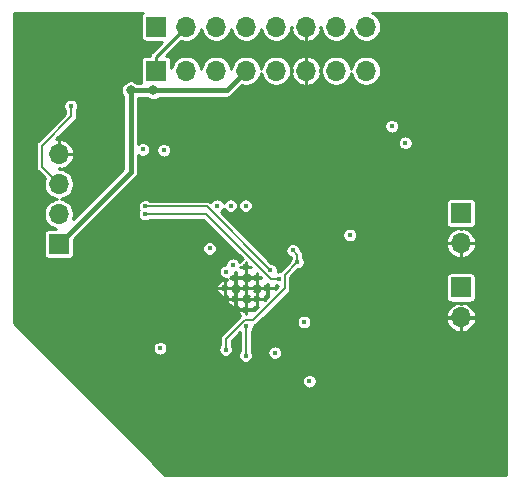
<source format=gbl>
G04 #@! TF.GenerationSoftware,KiCad,Pcbnew,(5.1.6)-1*
G04 #@! TF.CreationDate,2024-01-16T15:06:30-05:00*
G04 #@! TF.ProjectId,amiga-500-usb-kb-rp2040,616d6967-612d-4353-9030-2d7573622d6b,rev?*
G04 #@! TF.SameCoordinates,Original*
G04 #@! TF.FileFunction,Copper,L4,Bot*
G04 #@! TF.FilePolarity,Positive*
%FSLAX46Y46*%
G04 Gerber Fmt 4.6, Leading zero omitted, Abs format (unit mm)*
G04 Created by KiCad (PCBNEW (5.1.6)-1) date 2024-01-16 15:06:30*
%MOMM*%
%LPD*%
G01*
G04 APERTURE LIST*
G04 #@! TA.AperFunction,ComponentPad*
%ADD10R,1.700000X1.700000*%
G04 #@! TD*
G04 #@! TA.AperFunction,ComponentPad*
%ADD11O,1.700000X1.700000*%
G04 #@! TD*
G04 #@! TA.AperFunction,ViaPad*
%ADD12C,0.600000*%
G04 #@! TD*
G04 #@! TA.AperFunction,ViaPad*
%ADD13C,0.400000*%
G04 #@! TD*
G04 #@! TA.AperFunction,ViaPad*
%ADD14C,0.800000*%
G04 #@! TD*
G04 #@! TA.AperFunction,Conductor*
%ADD15C,0.400000*%
G04 #@! TD*
G04 #@! TA.AperFunction,Conductor*
%ADD16C,0.250000*%
G04 #@! TD*
G04 #@! TA.AperFunction,Conductor*
%ADD17C,0.150000*%
G04 #@! TD*
G04 #@! TA.AperFunction,Conductor*
%ADD18C,0.254000*%
G04 #@! TD*
G04 APERTURE END LIST*
D10*
X132842000Y-82804000D03*
D11*
X132842000Y-80264000D03*
X132842000Y-77724000D03*
X132842000Y-75184000D03*
X158861760Y-64414400D03*
X156321760Y-64414400D03*
X153781760Y-64414400D03*
X151241760Y-64414400D03*
X148701760Y-64414400D03*
X146161760Y-64414400D03*
X143621760Y-64414400D03*
D10*
X141081760Y-64414400D03*
X141080000Y-68135500D03*
D11*
X143620000Y-68135500D03*
X146160000Y-68135500D03*
X148700000Y-68135500D03*
X151240000Y-68135500D03*
X153780000Y-68135500D03*
X156320000Y-68135500D03*
X158860000Y-68135500D03*
X166878000Y-82740500D03*
D10*
X166878000Y-80200500D03*
X166878000Y-86487000D03*
D11*
X166878000Y-89027000D03*
D12*
X148704439Y-88353622D03*
X147802878Y-87452061D03*
X146901317Y-86550500D03*
X149606000Y-87452061D03*
X148704439Y-86550500D03*
X147802878Y-85648939D03*
X150507561Y-86550500D03*
X149606000Y-85648939D03*
X148704439Y-84747378D03*
D13*
X153606500Y-89408000D03*
X151130000Y-92011500D03*
X154051000Y-94424500D03*
X157480000Y-82042000D03*
X161036000Y-72834500D03*
X162172500Y-74238000D03*
X141414500Y-91630500D03*
X141732000Y-74866500D03*
X139954000Y-74803000D03*
X147383500Y-66230500D03*
X157543500Y-66230500D03*
X157162500Y-70612000D03*
X144780000Y-66294000D03*
X141986000Y-71056500D03*
X135318500Y-78994000D03*
X147891500Y-95186500D03*
X146304000Y-87566500D03*
X156019500Y-76644500D03*
D14*
X131953000Y-69278500D03*
X138938000Y-69786500D03*
X140843000Y-69786500D03*
D13*
X148653500Y-79565500D03*
X147579234Y-84576766D03*
X146240500Y-79565500D03*
X145605500Y-83185000D03*
X147383500Y-79565500D03*
X147002500Y-85153504D03*
X133858000Y-71120000D03*
X148717000Y-89789000D03*
X148653500Y-92265500D03*
X146967624Y-91759376D03*
X153035000Y-84328000D03*
X152654000Y-83345000D03*
X140144500Y-79629000D03*
X150749004Y-85026500D03*
X140144500Y-80264000D03*
X151478669Y-85756169D03*
D15*
X147049000Y-69786500D02*
X140843000Y-69786500D01*
X148700000Y-68135500D02*
X147049000Y-69786500D01*
X140843000Y-69786500D02*
X138938000Y-69786500D01*
X138938000Y-76708000D02*
X132842000Y-82804000D01*
X138938000Y-69786500D02*
X138938000Y-76708000D01*
D16*
X141080000Y-66956160D02*
X143621760Y-64414400D01*
X141080000Y-68135500D02*
X141080000Y-66956160D01*
D17*
X131381500Y-76263500D02*
X132842000Y-77724000D01*
X131381500Y-74485500D02*
X131381500Y-76263500D01*
X133858000Y-71120000D02*
X133858000Y-72009000D01*
X133858000Y-72009000D02*
X131381500Y-74485500D01*
X148717000Y-89789000D02*
X148717000Y-92202000D01*
X148717000Y-92202000D02*
X148653500Y-92265500D01*
X146967624Y-90835374D02*
X148585498Y-89217500D01*
X146967624Y-91759376D02*
X146967624Y-90835374D01*
X148585498Y-89217500D02*
X149288500Y-89217500D01*
X151953670Y-85409330D02*
X153035000Y-84328000D01*
X149288500Y-89217500D02*
X151953670Y-86552330D01*
X151953670Y-86552330D02*
X151953670Y-85409330D01*
X153035000Y-84328000D02*
X153035000Y-83726000D01*
X153035000Y-83726000D02*
X152654000Y-83345000D01*
X140144500Y-79629000D02*
X145351504Y-79629000D01*
X145351504Y-79629000D02*
X150749004Y-85026500D01*
X140144500Y-80264000D02*
X145288000Y-80264000D01*
X150780169Y-85756169D02*
X151478669Y-85756169D01*
X145288000Y-80264000D02*
X150780169Y-85756169D01*
D18*
G36*
X139928365Y-63261005D02*
G01*
X139875005Y-63326024D01*
X139835355Y-63400204D01*
X139810938Y-63480693D01*
X139802694Y-63564400D01*
X139802694Y-65264400D01*
X139810938Y-65348107D01*
X139835355Y-65428596D01*
X139875005Y-65502776D01*
X139928365Y-65567795D01*
X139993384Y-65621155D01*
X140067564Y-65660805D01*
X140148053Y-65685222D01*
X140231760Y-65693466D01*
X141562049Y-65693466D01*
X140708852Y-66546664D01*
X140687790Y-66563949D01*
X140629060Y-66635512D01*
X140618809Y-66648003D01*
X140567552Y-66743898D01*
X140535989Y-66847950D01*
X140535153Y-66856434D01*
X140230000Y-66856434D01*
X140146293Y-66864678D01*
X140065804Y-66889095D01*
X139991624Y-66928745D01*
X139926605Y-66982105D01*
X139873245Y-67047124D01*
X139833595Y-67121304D01*
X139809178Y-67201793D01*
X139800934Y-67285500D01*
X139800934Y-68985500D01*
X139809178Y-69069207D01*
X139833595Y-69149696D01*
X139838835Y-69159500D01*
X139480553Y-69159500D01*
X139465181Y-69144128D01*
X139329731Y-69053623D01*
X139179227Y-68991282D01*
X139019452Y-68959500D01*
X138856548Y-68959500D01*
X138696773Y-68991282D01*
X138546269Y-69053623D01*
X138410819Y-69144128D01*
X138295628Y-69259319D01*
X138205123Y-69394769D01*
X138142782Y-69545273D01*
X138111000Y-69705048D01*
X138111000Y-69867952D01*
X138142782Y-70027727D01*
X138205123Y-70178231D01*
X138295628Y-70313681D01*
X138311000Y-70329053D01*
X138311001Y-76448287D01*
X134032537Y-80726752D01*
X134069926Y-80636487D01*
X134119000Y-80389774D01*
X134119000Y-80138226D01*
X134069926Y-79891513D01*
X133973663Y-79659114D01*
X133833911Y-79449960D01*
X133656040Y-79272089D01*
X133446886Y-79132337D01*
X133214487Y-79036074D01*
X133002966Y-78994000D01*
X133214487Y-78951926D01*
X133446886Y-78855663D01*
X133656040Y-78715911D01*
X133833911Y-78538040D01*
X133973663Y-78328886D01*
X134069926Y-78096487D01*
X134119000Y-77849774D01*
X134119000Y-77598226D01*
X134069926Y-77351513D01*
X133973663Y-77119114D01*
X133833911Y-76909960D01*
X133656040Y-76732089D01*
X133446886Y-76592337D01*
X133214487Y-76496074D01*
X132967774Y-76447000D01*
X132865002Y-76447000D01*
X132865002Y-76354045D01*
X133064451Y-76441477D01*
X133305498Y-76373917D01*
X133528733Y-76260629D01*
X133725578Y-76105967D01*
X133888467Y-75915874D01*
X134011141Y-75697656D01*
X134088886Y-75459698D01*
X134099476Y-75406451D01*
X134012024Y-75207000D01*
X132865000Y-75207000D01*
X132865000Y-75227000D01*
X132819000Y-75227000D01*
X132819000Y-75207000D01*
X132799000Y-75207000D01*
X132799000Y-75161000D01*
X132819000Y-75161000D01*
X132819000Y-74013956D01*
X132865000Y-74013956D01*
X132865000Y-75161000D01*
X134012024Y-75161000D01*
X134099476Y-74961549D01*
X134088886Y-74908302D01*
X134011141Y-74670344D01*
X133888467Y-74452126D01*
X133725578Y-74262033D01*
X133528733Y-74107371D01*
X133305498Y-73994083D01*
X133064451Y-73926523D01*
X132865000Y-74013956D01*
X132819000Y-74013956D01*
X132641006Y-73935929D01*
X134195538Y-72381397D01*
X134214684Y-72365684D01*
X134277417Y-72289245D01*
X134324031Y-72202036D01*
X134352736Y-72107409D01*
X134360000Y-72033653D01*
X134360000Y-72033643D01*
X134362427Y-72009000D01*
X134360000Y-71984357D01*
X134360000Y-71497274D01*
X134413640Y-71416996D01*
X134460905Y-71302889D01*
X134485000Y-71181754D01*
X134485000Y-71058246D01*
X134460905Y-70937111D01*
X134413640Y-70823004D01*
X134345023Y-70720311D01*
X134257689Y-70632977D01*
X134154996Y-70564360D01*
X134040889Y-70517095D01*
X133919754Y-70493000D01*
X133796246Y-70493000D01*
X133675111Y-70517095D01*
X133561004Y-70564360D01*
X133458311Y-70632977D01*
X133370977Y-70720311D01*
X133302360Y-70823004D01*
X133255095Y-70937111D01*
X133231000Y-71058246D01*
X133231000Y-71181754D01*
X133255095Y-71302889D01*
X133302360Y-71416996D01*
X133356000Y-71497275D01*
X133356001Y-71801064D01*
X131043968Y-74113098D01*
X131024816Y-74128816D01*
X130962083Y-74205255D01*
X130915469Y-74292465D01*
X130886764Y-74387092D01*
X130879500Y-74460848D01*
X130879500Y-74460857D01*
X130877073Y-74485500D01*
X130879500Y-74510143D01*
X130879501Y-76238847D01*
X130877073Y-76263500D01*
X130886765Y-76361909D01*
X130915470Y-76456536D01*
X130962084Y-76543745D01*
X131009101Y-76601035D01*
X131009104Y-76601038D01*
X131024817Y-76620184D01*
X131043963Y-76635897D01*
X131656691Y-77248626D01*
X131614074Y-77351513D01*
X131565000Y-77598226D01*
X131565000Y-77849774D01*
X131614074Y-78096487D01*
X131710337Y-78328886D01*
X131850089Y-78538040D01*
X132027960Y-78715911D01*
X132237114Y-78855663D01*
X132469513Y-78951926D01*
X132681034Y-78994000D01*
X132469513Y-79036074D01*
X132237114Y-79132337D01*
X132027960Y-79272089D01*
X131850089Y-79449960D01*
X131710337Y-79659114D01*
X131614074Y-79891513D01*
X131565000Y-80138226D01*
X131565000Y-80389774D01*
X131614074Y-80636487D01*
X131710337Y-80868886D01*
X131850089Y-81078040D01*
X132027960Y-81255911D01*
X132237114Y-81395663D01*
X132469513Y-81491926D01*
X132635456Y-81524934D01*
X131992000Y-81524934D01*
X131908293Y-81533178D01*
X131827804Y-81557595D01*
X131753624Y-81597245D01*
X131688605Y-81650605D01*
X131635245Y-81715624D01*
X131595595Y-81789804D01*
X131571178Y-81870293D01*
X131562934Y-81954000D01*
X131562934Y-83654000D01*
X131571178Y-83737707D01*
X131595595Y-83818196D01*
X131635245Y-83892376D01*
X131688605Y-83957395D01*
X131753624Y-84010755D01*
X131827804Y-84050405D01*
X131908293Y-84074822D01*
X131992000Y-84083066D01*
X133692000Y-84083066D01*
X133775707Y-84074822D01*
X133856196Y-84050405D01*
X133930376Y-84010755D01*
X133995395Y-83957395D01*
X134048755Y-83892376D01*
X134088405Y-83818196D01*
X134112822Y-83737707D01*
X134121066Y-83654000D01*
X134121066Y-83123246D01*
X144978500Y-83123246D01*
X144978500Y-83246754D01*
X145002595Y-83367889D01*
X145049860Y-83481996D01*
X145118477Y-83584689D01*
X145205811Y-83672023D01*
X145308504Y-83740640D01*
X145422611Y-83787905D01*
X145543746Y-83812000D01*
X145667254Y-83812000D01*
X145788389Y-83787905D01*
X145902496Y-83740640D01*
X146005189Y-83672023D01*
X146092523Y-83584689D01*
X146161140Y-83481996D01*
X146208405Y-83367889D01*
X146232500Y-83246754D01*
X146232500Y-83123246D01*
X146208405Y-83002111D01*
X146161140Y-82888004D01*
X146092523Y-82785311D01*
X146005189Y-82697977D01*
X145902496Y-82629360D01*
X145788389Y-82582095D01*
X145667254Y-82558000D01*
X145543746Y-82558000D01*
X145422611Y-82582095D01*
X145308504Y-82629360D01*
X145205811Y-82697977D01*
X145118477Y-82785311D01*
X145049860Y-82888004D01*
X145002595Y-83002111D01*
X144978500Y-83123246D01*
X134121066Y-83123246D01*
X134121066Y-82411645D01*
X136965465Y-79567246D01*
X139517500Y-79567246D01*
X139517500Y-79690754D01*
X139541595Y-79811889D01*
X139588860Y-79925996D01*
X139602560Y-79946500D01*
X139588860Y-79967004D01*
X139541595Y-80081111D01*
X139517500Y-80202246D01*
X139517500Y-80325754D01*
X139541595Y-80446889D01*
X139588860Y-80560996D01*
X139657477Y-80663689D01*
X139744811Y-80751023D01*
X139847504Y-80819640D01*
X139961611Y-80866905D01*
X140082746Y-80891000D01*
X140206254Y-80891000D01*
X140327389Y-80866905D01*
X140441496Y-80819640D01*
X140521774Y-80766000D01*
X145080066Y-80766000D01*
X148400123Y-84086058D01*
X148303323Y-84136835D01*
X148205467Y-84215876D01*
X148204585Y-84214994D01*
X148196288Y-84223291D01*
X148191919Y-84226820D01*
X148187705Y-84231874D01*
X148172055Y-84247524D01*
X148173473Y-84248942D01*
X148139154Y-84290103D01*
X148134874Y-84279770D01*
X148066257Y-84177077D01*
X147978923Y-84089743D01*
X147876230Y-84021126D01*
X147762123Y-83973861D01*
X147640988Y-83949766D01*
X147517480Y-83949766D01*
X147396345Y-83973861D01*
X147282238Y-84021126D01*
X147179545Y-84089743D01*
X147092211Y-84177077D01*
X147023594Y-84279770D01*
X146976329Y-84393877D01*
X146952234Y-84515012D01*
X146952234Y-84526504D01*
X146940746Y-84526504D01*
X146819611Y-84550599D01*
X146705504Y-84597864D01*
X146602811Y-84666481D01*
X146515477Y-84753815D01*
X146446860Y-84856508D01*
X146399595Y-84970615D01*
X146375500Y-85091750D01*
X146375500Y-85215258D01*
X146399595Y-85336393D01*
X146446860Y-85450500D01*
X146515477Y-85553193D01*
X146602811Y-85640527D01*
X146705504Y-85709144D01*
X146819611Y-85756409D01*
X146940746Y-85780504D01*
X147064254Y-85780504D01*
X147094773Y-85774434D01*
X147085309Y-85785877D01*
X147104945Y-85852469D01*
X147049404Y-85835148D01*
X147038255Y-85832931D01*
X146924317Y-85927156D01*
X146924317Y-86494971D01*
X146915458Y-86503830D01*
X146924317Y-86512689D01*
X146924317Y-86527500D01*
X146939128Y-86527500D01*
X146947987Y-86536359D01*
X146956846Y-86527500D01*
X147524661Y-86527500D01*
X147618886Y-86413562D01*
X147599250Y-86346970D01*
X147654791Y-86364291D01*
X147665940Y-86366508D01*
X147779878Y-86272283D01*
X147779878Y-85704468D01*
X147788737Y-85695609D01*
X147817019Y-85695609D01*
X147825878Y-85704468D01*
X147825878Y-86272283D01*
X147939816Y-86366508D01*
X148006408Y-86346872D01*
X147989087Y-86402413D01*
X147986870Y-86413562D01*
X148081095Y-86527500D01*
X148648910Y-86527500D01*
X148657769Y-86536359D01*
X148666628Y-86527500D01*
X148681439Y-86527500D01*
X148681439Y-86512689D01*
X148690298Y-86503830D01*
X148718580Y-86503830D01*
X148727439Y-86512689D01*
X148727439Y-86527500D01*
X148742250Y-86527500D01*
X148751109Y-86536359D01*
X148759968Y-86527500D01*
X149327783Y-86527500D01*
X149422008Y-86413562D01*
X149402372Y-86346970D01*
X149457913Y-86364291D01*
X149469062Y-86366508D01*
X149583000Y-86272283D01*
X149583000Y-85704468D01*
X149591859Y-85695609D01*
X149583000Y-85686750D01*
X149583000Y-85671939D01*
X149568189Y-85671939D01*
X149559330Y-85663080D01*
X149550471Y-85671939D01*
X148982656Y-85671939D01*
X148888431Y-85785877D01*
X148908067Y-85852469D01*
X148852526Y-85835148D01*
X148841377Y-85832931D01*
X148727439Y-85927156D01*
X148727439Y-86494971D01*
X148718580Y-86503830D01*
X148690298Y-86503830D01*
X148681439Y-86494971D01*
X148681439Y-85927156D01*
X148567501Y-85832931D01*
X148500909Y-85852567D01*
X148518230Y-85797026D01*
X148520447Y-85785877D01*
X148426222Y-85671939D01*
X147858407Y-85671939D01*
X147849548Y-85663080D01*
X147840689Y-85671939D01*
X147825878Y-85671939D01*
X147825878Y-85686750D01*
X147817019Y-85695609D01*
X147788737Y-85695609D01*
X147779878Y-85686750D01*
X147779878Y-85671939D01*
X147765067Y-85671939D01*
X147756208Y-85663080D01*
X147747349Y-85671939D01*
X147355177Y-85671939D01*
X147402189Y-85640527D01*
X147416777Y-85625939D01*
X147747349Y-85625939D01*
X147756208Y-85634798D01*
X147765067Y-85625939D01*
X147779878Y-85625939D01*
X147779878Y-85611128D01*
X147788737Y-85602269D01*
X147779878Y-85593410D01*
X147779878Y-85172317D01*
X147825878Y-85153263D01*
X147825878Y-85593410D01*
X147817019Y-85602269D01*
X147825878Y-85611128D01*
X147825878Y-85625939D01*
X147840689Y-85625939D01*
X147849548Y-85634798D01*
X147858407Y-85625939D01*
X148426222Y-85625939D01*
X148520447Y-85512001D01*
X148500811Y-85445409D01*
X148556352Y-85462730D01*
X148567501Y-85464947D01*
X148681439Y-85370722D01*
X148681439Y-84802907D01*
X148690298Y-84794048D01*
X148681439Y-84785189D01*
X148681439Y-84770378D01*
X148666628Y-84770378D01*
X148657769Y-84761519D01*
X148648910Y-84770378D01*
X148177697Y-84770378D01*
X148182139Y-84759655D01*
X148189156Y-84724378D01*
X148648910Y-84724378D01*
X148657769Y-84733237D01*
X148666628Y-84724378D01*
X148681439Y-84724378D01*
X148681439Y-84709567D01*
X148690298Y-84700708D01*
X148681439Y-84691849D01*
X148681439Y-84367374D01*
X148727439Y-84413374D01*
X148727439Y-84691849D01*
X148718580Y-84700708D01*
X148727439Y-84709567D01*
X148727439Y-84724378D01*
X148742250Y-84724378D01*
X148751109Y-84733237D01*
X148759968Y-84724378D01*
X149038443Y-84724378D01*
X149084443Y-84770378D01*
X148759968Y-84770378D01*
X148751109Y-84761519D01*
X148742250Y-84770378D01*
X148727439Y-84770378D01*
X148727439Y-84785189D01*
X148718580Y-84794048D01*
X148727439Y-84802907D01*
X148727439Y-85370722D01*
X148841377Y-85464947D01*
X148907969Y-85445311D01*
X148890648Y-85500852D01*
X148888431Y-85512001D01*
X148982656Y-85625939D01*
X149550471Y-85625939D01*
X149559330Y-85634798D01*
X149568189Y-85625939D01*
X149583000Y-85625939D01*
X149583000Y-85611128D01*
X149591859Y-85602269D01*
X149583000Y-85593410D01*
X149583000Y-85268935D01*
X149629000Y-85314935D01*
X149629000Y-85593410D01*
X149620141Y-85602269D01*
X149629000Y-85611128D01*
X149629000Y-85625939D01*
X149643811Y-85625939D01*
X149652670Y-85634798D01*
X149661529Y-85625939D01*
X149940004Y-85625939D01*
X149986004Y-85671939D01*
X149661529Y-85671939D01*
X149652670Y-85663080D01*
X149643811Y-85671939D01*
X149629000Y-85671939D01*
X149629000Y-85686750D01*
X149620141Y-85695609D01*
X149629000Y-85704468D01*
X149629000Y-86272283D01*
X149742938Y-86366508D01*
X149809530Y-86346872D01*
X149792209Y-86402413D01*
X149789992Y-86413562D01*
X149884217Y-86527500D01*
X150452032Y-86527500D01*
X150460891Y-86536359D01*
X150469750Y-86527500D01*
X150484561Y-86527500D01*
X150484561Y-86512689D01*
X150493420Y-86503830D01*
X150484561Y-86494971D01*
X150484561Y-86162978D01*
X150499924Y-86175586D01*
X150530561Y-86191962D01*
X150530561Y-86494971D01*
X150521702Y-86503830D01*
X150530561Y-86512689D01*
X150530561Y-86527500D01*
X150545372Y-86527500D01*
X150554231Y-86536359D01*
X150563090Y-86527500D01*
X151130905Y-86527500D01*
X151225130Y-86413562D01*
X151196998Y-86318157D01*
X151295780Y-86359074D01*
X151413563Y-86382502D01*
X151172395Y-86623670D01*
X151130905Y-86573500D01*
X150563090Y-86573500D01*
X150554231Y-86564641D01*
X150545372Y-86573500D01*
X150530561Y-86573500D01*
X150530561Y-86588311D01*
X150521702Y-86597170D01*
X150530561Y-86606029D01*
X150530561Y-87173844D01*
X150580731Y-87215334D01*
X150270834Y-87525231D01*
X150229344Y-87475061D01*
X149661529Y-87475061D01*
X149652670Y-87466202D01*
X149643811Y-87475061D01*
X149629000Y-87475061D01*
X149629000Y-87489872D01*
X149620141Y-87498731D01*
X149629000Y-87507590D01*
X149629000Y-88075405D01*
X149679170Y-88116895D01*
X149369273Y-88426793D01*
X149327783Y-88376622D01*
X148759968Y-88376622D01*
X148751109Y-88367763D01*
X148742250Y-88376622D01*
X148727439Y-88376622D01*
X148727439Y-88391433D01*
X148718580Y-88400292D01*
X148727439Y-88409151D01*
X148727439Y-88715500D01*
X148681439Y-88715500D01*
X148681439Y-88409151D01*
X148690298Y-88400292D01*
X148681439Y-88391433D01*
X148681439Y-88376622D01*
X148666628Y-88376622D01*
X148657769Y-88367763D01*
X148648910Y-88376622D01*
X148081095Y-88376622D01*
X147986870Y-88490560D01*
X148027373Y-88627920D01*
X148093896Y-88754738D01*
X148172937Y-88852594D01*
X148172055Y-88853476D01*
X148180352Y-88861773D01*
X148183881Y-88866142D01*
X148188934Y-88870355D01*
X148204585Y-88886006D01*
X148206004Y-88884587D01*
X148207352Y-88885711D01*
X146630087Y-90462977D01*
X146610941Y-90478690D01*
X146595228Y-90497836D01*
X146595225Y-90497839D01*
X146548208Y-90555129D01*
X146501594Y-90642338D01*
X146472889Y-90736965D01*
X146463197Y-90835374D01*
X146465625Y-90860027D01*
X146465624Y-91382101D01*
X146411984Y-91462380D01*
X146364719Y-91576487D01*
X146340624Y-91697622D01*
X146340624Y-91821130D01*
X146364719Y-91942265D01*
X146411984Y-92056372D01*
X146480601Y-92159065D01*
X146567935Y-92246399D01*
X146670628Y-92315016D01*
X146784735Y-92362281D01*
X146905870Y-92386376D01*
X147029378Y-92386376D01*
X147150513Y-92362281D01*
X147264620Y-92315016D01*
X147367313Y-92246399D01*
X147454647Y-92159065D01*
X147523264Y-92056372D01*
X147570529Y-91942265D01*
X147594624Y-91821130D01*
X147594624Y-91697622D01*
X147570529Y-91576487D01*
X147523264Y-91462380D01*
X147469624Y-91382102D01*
X147469624Y-91043308D01*
X148215000Y-90297932D01*
X148215001Y-91817287D01*
X148166477Y-91865811D01*
X148097860Y-91968504D01*
X148050595Y-92082611D01*
X148026500Y-92203746D01*
X148026500Y-92327254D01*
X148050595Y-92448389D01*
X148097860Y-92562496D01*
X148166477Y-92665189D01*
X148253811Y-92752523D01*
X148356504Y-92821140D01*
X148470611Y-92868405D01*
X148591746Y-92892500D01*
X148715254Y-92892500D01*
X148836389Y-92868405D01*
X148950496Y-92821140D01*
X149053189Y-92752523D01*
X149140523Y-92665189D01*
X149209140Y-92562496D01*
X149256405Y-92448389D01*
X149280500Y-92327254D01*
X149280500Y-92203746D01*
X149256405Y-92082611D01*
X149219000Y-91992308D01*
X149219000Y-91949746D01*
X150503000Y-91949746D01*
X150503000Y-92073254D01*
X150527095Y-92194389D01*
X150574360Y-92308496D01*
X150642977Y-92411189D01*
X150730311Y-92498523D01*
X150833004Y-92567140D01*
X150947111Y-92614405D01*
X151068246Y-92638500D01*
X151191754Y-92638500D01*
X151312889Y-92614405D01*
X151426996Y-92567140D01*
X151529689Y-92498523D01*
X151617023Y-92411189D01*
X151685640Y-92308496D01*
X151732905Y-92194389D01*
X151757000Y-92073254D01*
X151757000Y-91949746D01*
X151732905Y-91828611D01*
X151685640Y-91714504D01*
X151617023Y-91611811D01*
X151529689Y-91524477D01*
X151426996Y-91455860D01*
X151312889Y-91408595D01*
X151191754Y-91384500D01*
X151068246Y-91384500D01*
X150947111Y-91408595D01*
X150833004Y-91455860D01*
X150730311Y-91524477D01*
X150642977Y-91611811D01*
X150574360Y-91714504D01*
X150527095Y-91828611D01*
X150503000Y-91949746D01*
X149219000Y-91949746D01*
X149219000Y-90166274D01*
X149272640Y-90085996D01*
X149319905Y-89971889D01*
X149344000Y-89850754D01*
X149344000Y-89727246D01*
X149341896Y-89716669D01*
X149386909Y-89712236D01*
X149481536Y-89683531D01*
X149568745Y-89636917D01*
X149645184Y-89574184D01*
X149660902Y-89555032D01*
X149869688Y-89346246D01*
X152979500Y-89346246D01*
X152979500Y-89469754D01*
X153003595Y-89590889D01*
X153050860Y-89704996D01*
X153119477Y-89807689D01*
X153206811Y-89895023D01*
X153309504Y-89963640D01*
X153423611Y-90010905D01*
X153544746Y-90035000D01*
X153668254Y-90035000D01*
X153789389Y-90010905D01*
X153903496Y-89963640D01*
X154006189Y-89895023D01*
X154093523Y-89807689D01*
X154162140Y-89704996D01*
X154209405Y-89590889D01*
X154233500Y-89469754D01*
X154233500Y-89346246D01*
X154214247Y-89249451D01*
X165620524Y-89249451D01*
X165631114Y-89302698D01*
X165708859Y-89540656D01*
X165831533Y-89758874D01*
X165994422Y-89948967D01*
X166191267Y-90103629D01*
X166414502Y-90216917D01*
X166655549Y-90284477D01*
X166855000Y-90197044D01*
X166855000Y-89050000D01*
X166901000Y-89050000D01*
X166901000Y-90197044D01*
X167100451Y-90284477D01*
X167341498Y-90216917D01*
X167564733Y-90103629D01*
X167761578Y-89948967D01*
X167924467Y-89758874D01*
X168047141Y-89540656D01*
X168124886Y-89302698D01*
X168135476Y-89249451D01*
X168048024Y-89050000D01*
X166901000Y-89050000D01*
X166855000Y-89050000D01*
X165707976Y-89050000D01*
X165620524Y-89249451D01*
X154214247Y-89249451D01*
X154209405Y-89225111D01*
X154162140Y-89111004D01*
X154093523Y-89008311D01*
X154006189Y-88920977D01*
X153903496Y-88852360D01*
X153789389Y-88805095D01*
X153668254Y-88781000D01*
X153544746Y-88781000D01*
X153423611Y-88805095D01*
X153309504Y-88852360D01*
X153206811Y-88920977D01*
X153119477Y-89008311D01*
X153050860Y-89111004D01*
X153003595Y-89225111D01*
X152979500Y-89346246D01*
X149869688Y-89346246D01*
X152291208Y-86924727D01*
X152310354Y-86909014D01*
X152326067Y-86889868D01*
X152326070Y-86889865D01*
X152373087Y-86832576D01*
X152419701Y-86745367D01*
X152448406Y-86650740D01*
X152449277Y-86641898D01*
X152455670Y-86576983D01*
X152455670Y-86576976D01*
X152458097Y-86552330D01*
X152455670Y-86527685D01*
X152455670Y-85637000D01*
X165598934Y-85637000D01*
X165598934Y-87337000D01*
X165607178Y-87420707D01*
X165631595Y-87501196D01*
X165671245Y-87575376D01*
X165724605Y-87640395D01*
X165789624Y-87693755D01*
X165863804Y-87733405D01*
X165944293Y-87757822D01*
X166028000Y-87766066D01*
X166854998Y-87766066D01*
X166854998Y-87856955D01*
X166655549Y-87769523D01*
X166414502Y-87837083D01*
X166191267Y-87950371D01*
X165994422Y-88105033D01*
X165831533Y-88295126D01*
X165708859Y-88513344D01*
X165631114Y-88751302D01*
X165620524Y-88804549D01*
X165707976Y-89004000D01*
X166855000Y-89004000D01*
X166855000Y-88984000D01*
X166901000Y-88984000D01*
X166901000Y-89004000D01*
X168048024Y-89004000D01*
X168135476Y-88804549D01*
X168124886Y-88751302D01*
X168047141Y-88513344D01*
X167924467Y-88295126D01*
X167761578Y-88105033D01*
X167564733Y-87950371D01*
X167341498Y-87837083D01*
X167100451Y-87769523D01*
X166901002Y-87856955D01*
X166901002Y-87766066D01*
X167728000Y-87766066D01*
X167811707Y-87757822D01*
X167892196Y-87733405D01*
X167966376Y-87693755D01*
X168031395Y-87640395D01*
X168084755Y-87575376D01*
X168124405Y-87501196D01*
X168148822Y-87420707D01*
X168157066Y-87337000D01*
X168157066Y-85637000D01*
X168148822Y-85553293D01*
X168124405Y-85472804D01*
X168084755Y-85398624D01*
X168031395Y-85333605D01*
X167966376Y-85280245D01*
X167892196Y-85240595D01*
X167811707Y-85216178D01*
X167728000Y-85207934D01*
X166028000Y-85207934D01*
X165944293Y-85216178D01*
X165863804Y-85240595D01*
X165789624Y-85280245D01*
X165724605Y-85333605D01*
X165671245Y-85398624D01*
X165631595Y-85472804D01*
X165607178Y-85553293D01*
X165598934Y-85637000D01*
X152455670Y-85637000D01*
X152455670Y-85617264D01*
X153123194Y-84949741D01*
X153217889Y-84930905D01*
X153331996Y-84883640D01*
X153434689Y-84815023D01*
X153522023Y-84727689D01*
X153590640Y-84624996D01*
X153637905Y-84510889D01*
X153662000Y-84389754D01*
X153662000Y-84266246D01*
X153637905Y-84145111D01*
X153590640Y-84031004D01*
X153537000Y-83950726D01*
X153537000Y-83750642D01*
X153539427Y-83725999D01*
X153537000Y-83701356D01*
X153537000Y-83701347D01*
X153529736Y-83627591D01*
X153501031Y-83532964D01*
X153454417Y-83445755D01*
X153391684Y-83369316D01*
X153372538Y-83353603D01*
X153275741Y-83256806D01*
X153256905Y-83162111D01*
X153209640Y-83048004D01*
X153152810Y-82962951D01*
X165620524Y-82962951D01*
X165631114Y-83016198D01*
X165708859Y-83254156D01*
X165831533Y-83472374D01*
X165994422Y-83662467D01*
X166191267Y-83817129D01*
X166414502Y-83930417D01*
X166655549Y-83997977D01*
X166855000Y-83910544D01*
X166855000Y-82763500D01*
X166901000Y-82763500D01*
X166901000Y-83910544D01*
X167100451Y-83997977D01*
X167341498Y-83930417D01*
X167564733Y-83817129D01*
X167761578Y-83662467D01*
X167924467Y-83472374D01*
X168047141Y-83254156D01*
X168124886Y-83016198D01*
X168135476Y-82962951D01*
X168048024Y-82763500D01*
X166901000Y-82763500D01*
X166855000Y-82763500D01*
X165707976Y-82763500D01*
X165620524Y-82962951D01*
X153152810Y-82962951D01*
X153141023Y-82945311D01*
X153053689Y-82857977D01*
X152950996Y-82789360D01*
X152836889Y-82742095D01*
X152715754Y-82718000D01*
X152592246Y-82718000D01*
X152471111Y-82742095D01*
X152357004Y-82789360D01*
X152254311Y-82857977D01*
X152166977Y-82945311D01*
X152098360Y-83048004D01*
X152051095Y-83162111D01*
X152027000Y-83283246D01*
X152027000Y-83406754D01*
X152051095Y-83527889D01*
X152098360Y-83641996D01*
X152166977Y-83744689D01*
X152254311Y-83832023D01*
X152357004Y-83900640D01*
X152471111Y-83947905D01*
X152527403Y-83959102D01*
X152479360Y-84031004D01*
X152432095Y-84145111D01*
X152413259Y-84239806D01*
X151616133Y-85036933D01*
X151596987Y-85052646D01*
X151581274Y-85071792D01*
X151581271Y-85071795D01*
X151534254Y-85129085D01*
X151534209Y-85129169D01*
X151416915Y-85129169D01*
X151365845Y-85139327D01*
X151376004Y-85088254D01*
X151376004Y-84964746D01*
X151351909Y-84843611D01*
X151304644Y-84729504D01*
X151236027Y-84626811D01*
X151148693Y-84539477D01*
X151046000Y-84470860D01*
X150931893Y-84423595D01*
X150837199Y-84404759D01*
X148412686Y-81980246D01*
X156853000Y-81980246D01*
X156853000Y-82103754D01*
X156877095Y-82224889D01*
X156924360Y-82338996D01*
X156992977Y-82441689D01*
X157080311Y-82529023D01*
X157183004Y-82597640D01*
X157297111Y-82644905D01*
X157418246Y-82669000D01*
X157541754Y-82669000D01*
X157662889Y-82644905D01*
X157776996Y-82597640D01*
X157879689Y-82529023D01*
X157967023Y-82441689D01*
X158035640Y-82338996D01*
X158082905Y-82224889D01*
X158107000Y-82103754D01*
X158107000Y-81980246D01*
X158082905Y-81859111D01*
X158035640Y-81745004D01*
X157967023Y-81642311D01*
X157879689Y-81554977D01*
X157776996Y-81486360D01*
X157662889Y-81439095D01*
X157541754Y-81415000D01*
X157418246Y-81415000D01*
X157297111Y-81439095D01*
X157183004Y-81486360D01*
X157080311Y-81554977D01*
X156992977Y-81642311D01*
X156924360Y-81745004D01*
X156877095Y-81859111D01*
X156853000Y-81980246D01*
X148412686Y-81980246D01*
X146547137Y-80114698D01*
X146640189Y-80052523D01*
X146727523Y-79965189D01*
X146796140Y-79862496D01*
X146812000Y-79824207D01*
X146827860Y-79862496D01*
X146896477Y-79965189D01*
X146983811Y-80052523D01*
X147086504Y-80121140D01*
X147200611Y-80168405D01*
X147321746Y-80192500D01*
X147445254Y-80192500D01*
X147566389Y-80168405D01*
X147680496Y-80121140D01*
X147783189Y-80052523D01*
X147870523Y-79965189D01*
X147939140Y-79862496D01*
X147986405Y-79748389D01*
X148010500Y-79627254D01*
X148010500Y-79503746D01*
X148026500Y-79503746D01*
X148026500Y-79627254D01*
X148050595Y-79748389D01*
X148097860Y-79862496D01*
X148166477Y-79965189D01*
X148253811Y-80052523D01*
X148356504Y-80121140D01*
X148470611Y-80168405D01*
X148591746Y-80192500D01*
X148715254Y-80192500D01*
X148836389Y-80168405D01*
X148950496Y-80121140D01*
X149053189Y-80052523D01*
X149140523Y-79965189D01*
X149209140Y-79862496D01*
X149256405Y-79748389D01*
X149280500Y-79627254D01*
X149280500Y-79503746D01*
X149256405Y-79382611D01*
X149243105Y-79350500D01*
X165598934Y-79350500D01*
X165598934Y-81050500D01*
X165607178Y-81134207D01*
X165631595Y-81214696D01*
X165671245Y-81288876D01*
X165724605Y-81353895D01*
X165789624Y-81407255D01*
X165863804Y-81446905D01*
X165944293Y-81471322D01*
X166028000Y-81479566D01*
X166854998Y-81479566D01*
X166854998Y-81570455D01*
X166655549Y-81483023D01*
X166414502Y-81550583D01*
X166191267Y-81663871D01*
X165994422Y-81818533D01*
X165831533Y-82008626D01*
X165708859Y-82226844D01*
X165631114Y-82464802D01*
X165620524Y-82518049D01*
X165707976Y-82717500D01*
X166855000Y-82717500D01*
X166855000Y-82697500D01*
X166901000Y-82697500D01*
X166901000Y-82717500D01*
X168048024Y-82717500D01*
X168135476Y-82518049D01*
X168124886Y-82464802D01*
X168047141Y-82226844D01*
X167924467Y-82008626D01*
X167761578Y-81818533D01*
X167564733Y-81663871D01*
X167341498Y-81550583D01*
X167100451Y-81483023D01*
X166901002Y-81570455D01*
X166901002Y-81479566D01*
X167728000Y-81479566D01*
X167811707Y-81471322D01*
X167892196Y-81446905D01*
X167966376Y-81407255D01*
X168031395Y-81353895D01*
X168084755Y-81288876D01*
X168124405Y-81214696D01*
X168148822Y-81134207D01*
X168157066Y-81050500D01*
X168157066Y-79350500D01*
X168148822Y-79266793D01*
X168124405Y-79186304D01*
X168084755Y-79112124D01*
X168031395Y-79047105D01*
X167966376Y-78993745D01*
X167892196Y-78954095D01*
X167811707Y-78929678D01*
X167728000Y-78921434D01*
X166028000Y-78921434D01*
X165944293Y-78929678D01*
X165863804Y-78954095D01*
X165789624Y-78993745D01*
X165724605Y-79047105D01*
X165671245Y-79112124D01*
X165631595Y-79186304D01*
X165607178Y-79266793D01*
X165598934Y-79350500D01*
X149243105Y-79350500D01*
X149209140Y-79268504D01*
X149140523Y-79165811D01*
X149053189Y-79078477D01*
X148950496Y-79009860D01*
X148836389Y-78962595D01*
X148715254Y-78938500D01*
X148591746Y-78938500D01*
X148470611Y-78962595D01*
X148356504Y-79009860D01*
X148253811Y-79078477D01*
X148166477Y-79165811D01*
X148097860Y-79268504D01*
X148050595Y-79382611D01*
X148026500Y-79503746D01*
X148010500Y-79503746D01*
X147986405Y-79382611D01*
X147939140Y-79268504D01*
X147870523Y-79165811D01*
X147783189Y-79078477D01*
X147680496Y-79009860D01*
X147566389Y-78962595D01*
X147445254Y-78938500D01*
X147321746Y-78938500D01*
X147200611Y-78962595D01*
X147086504Y-79009860D01*
X146983811Y-79078477D01*
X146896477Y-79165811D01*
X146827860Y-79268504D01*
X146812000Y-79306793D01*
X146796140Y-79268504D01*
X146727523Y-79165811D01*
X146640189Y-79078477D01*
X146537496Y-79009860D01*
X146423389Y-78962595D01*
X146302254Y-78938500D01*
X146178746Y-78938500D01*
X146057611Y-78962595D01*
X145943504Y-79009860D01*
X145840811Y-79078477D01*
X145753477Y-79165811D01*
X145691477Y-79258601D01*
X145631749Y-79209583D01*
X145544540Y-79162969D01*
X145449913Y-79134264D01*
X145376157Y-79127000D01*
X145376147Y-79127000D01*
X145351504Y-79124573D01*
X145326861Y-79127000D01*
X140521774Y-79127000D01*
X140441496Y-79073360D01*
X140327389Y-79026095D01*
X140206254Y-79002000D01*
X140082746Y-79002000D01*
X139961611Y-79026095D01*
X139847504Y-79073360D01*
X139744811Y-79141977D01*
X139657477Y-79229311D01*
X139588860Y-79332004D01*
X139541595Y-79446111D01*
X139517500Y-79567246D01*
X136965465Y-79567246D01*
X139359578Y-77173134D01*
X139383501Y-77153501D01*
X139461853Y-77058028D01*
X139520075Y-76949103D01*
X139555927Y-76830913D01*
X139565000Y-76738794D01*
X139568033Y-76708000D01*
X139565000Y-76677206D01*
X139565000Y-75297165D01*
X139657004Y-75358640D01*
X139771111Y-75405905D01*
X139892246Y-75430000D01*
X140015754Y-75430000D01*
X140136889Y-75405905D01*
X140250996Y-75358640D01*
X140353689Y-75290023D01*
X140441023Y-75202689D01*
X140509640Y-75099996D01*
X140556905Y-74985889D01*
X140581000Y-74864754D01*
X140581000Y-74804746D01*
X141105000Y-74804746D01*
X141105000Y-74928254D01*
X141129095Y-75049389D01*
X141176360Y-75163496D01*
X141244977Y-75266189D01*
X141332311Y-75353523D01*
X141435004Y-75422140D01*
X141549111Y-75469405D01*
X141670246Y-75493500D01*
X141793754Y-75493500D01*
X141914889Y-75469405D01*
X142028996Y-75422140D01*
X142131689Y-75353523D01*
X142219023Y-75266189D01*
X142287640Y-75163496D01*
X142334905Y-75049389D01*
X142359000Y-74928254D01*
X142359000Y-74804746D01*
X142334905Y-74683611D01*
X142287640Y-74569504D01*
X142219023Y-74466811D01*
X142131689Y-74379477D01*
X142028996Y-74310860D01*
X141914889Y-74263595D01*
X141793754Y-74239500D01*
X141670246Y-74239500D01*
X141549111Y-74263595D01*
X141435004Y-74310860D01*
X141332311Y-74379477D01*
X141244977Y-74466811D01*
X141176360Y-74569504D01*
X141129095Y-74683611D01*
X141105000Y-74804746D01*
X140581000Y-74804746D01*
X140581000Y-74741246D01*
X140556905Y-74620111D01*
X140509640Y-74506004D01*
X140441023Y-74403311D01*
X140353689Y-74315977D01*
X140250996Y-74247360D01*
X140136889Y-74200095D01*
X140016991Y-74176246D01*
X161545500Y-74176246D01*
X161545500Y-74299754D01*
X161569595Y-74420889D01*
X161616860Y-74534996D01*
X161685477Y-74637689D01*
X161772811Y-74725023D01*
X161875504Y-74793640D01*
X161989611Y-74840905D01*
X162110746Y-74865000D01*
X162234254Y-74865000D01*
X162355389Y-74840905D01*
X162469496Y-74793640D01*
X162572189Y-74725023D01*
X162659523Y-74637689D01*
X162728140Y-74534996D01*
X162775405Y-74420889D01*
X162799500Y-74299754D01*
X162799500Y-74176246D01*
X162775405Y-74055111D01*
X162728140Y-73941004D01*
X162659523Y-73838311D01*
X162572189Y-73750977D01*
X162469496Y-73682360D01*
X162355389Y-73635095D01*
X162234254Y-73611000D01*
X162110746Y-73611000D01*
X161989611Y-73635095D01*
X161875504Y-73682360D01*
X161772811Y-73750977D01*
X161685477Y-73838311D01*
X161616860Y-73941004D01*
X161569595Y-74055111D01*
X161545500Y-74176246D01*
X140016991Y-74176246D01*
X140015754Y-74176000D01*
X139892246Y-74176000D01*
X139771111Y-74200095D01*
X139657004Y-74247360D01*
X139565000Y-74308835D01*
X139565000Y-72772746D01*
X160409000Y-72772746D01*
X160409000Y-72896254D01*
X160433095Y-73017389D01*
X160480360Y-73131496D01*
X160548977Y-73234189D01*
X160636311Y-73321523D01*
X160739004Y-73390140D01*
X160853111Y-73437405D01*
X160974246Y-73461500D01*
X161097754Y-73461500D01*
X161218889Y-73437405D01*
X161332996Y-73390140D01*
X161435689Y-73321523D01*
X161523023Y-73234189D01*
X161591640Y-73131496D01*
X161638905Y-73017389D01*
X161663000Y-72896254D01*
X161663000Y-72772746D01*
X161638905Y-72651611D01*
X161591640Y-72537504D01*
X161523023Y-72434811D01*
X161435689Y-72347477D01*
X161332996Y-72278860D01*
X161218889Y-72231595D01*
X161097754Y-72207500D01*
X160974246Y-72207500D01*
X160853111Y-72231595D01*
X160739004Y-72278860D01*
X160636311Y-72347477D01*
X160548977Y-72434811D01*
X160480360Y-72537504D01*
X160433095Y-72651611D01*
X160409000Y-72772746D01*
X139565000Y-72772746D01*
X139565000Y-70413500D01*
X140300447Y-70413500D01*
X140315819Y-70428872D01*
X140451269Y-70519377D01*
X140601773Y-70581718D01*
X140761548Y-70613500D01*
X140924452Y-70613500D01*
X141084227Y-70581718D01*
X141234731Y-70519377D01*
X141370181Y-70428872D01*
X141385553Y-70413500D01*
X147018206Y-70413500D01*
X147049000Y-70416533D01*
X147079794Y-70413500D01*
X147171913Y-70404427D01*
X147290103Y-70368575D01*
X147399028Y-70310353D01*
X147494501Y-70232001D01*
X147514138Y-70208073D01*
X148353597Y-69368614D01*
X148574226Y-69412500D01*
X148825774Y-69412500D01*
X149072487Y-69363426D01*
X149304886Y-69267163D01*
X149514040Y-69127411D01*
X149691911Y-68949540D01*
X149831663Y-68740386D01*
X149927926Y-68507987D01*
X149970000Y-68296466D01*
X150012074Y-68507987D01*
X150108337Y-68740386D01*
X150248089Y-68949540D01*
X150425960Y-69127411D01*
X150635114Y-69267163D01*
X150867513Y-69363426D01*
X151114226Y-69412500D01*
X151365774Y-69412500D01*
X151612487Y-69363426D01*
X151844886Y-69267163D01*
X152054040Y-69127411D01*
X152231911Y-68949540D01*
X152371663Y-68740386D01*
X152467926Y-68507987D01*
X152517000Y-68261274D01*
X152517000Y-68158502D01*
X152609955Y-68158502D01*
X152522523Y-68357951D01*
X152590083Y-68598998D01*
X152703371Y-68822233D01*
X152858033Y-69019078D01*
X153048126Y-69181967D01*
X153266344Y-69304641D01*
X153504302Y-69382386D01*
X153557549Y-69392976D01*
X153757000Y-69305524D01*
X153757000Y-68158500D01*
X153737000Y-68158500D01*
X153737000Y-68112500D01*
X153757000Y-68112500D01*
X153757000Y-66965476D01*
X153803000Y-66965476D01*
X153803000Y-68112500D01*
X153823000Y-68112500D01*
X153823000Y-68158500D01*
X153803000Y-68158500D01*
X153803000Y-69305524D01*
X154002451Y-69392976D01*
X154055698Y-69382386D01*
X154293656Y-69304641D01*
X154511874Y-69181967D01*
X154701967Y-69019078D01*
X154856629Y-68822233D01*
X154969917Y-68598998D01*
X155037477Y-68357951D01*
X154950045Y-68158502D01*
X155043000Y-68158502D01*
X155043000Y-68261274D01*
X155092074Y-68507987D01*
X155188337Y-68740386D01*
X155328089Y-68949540D01*
X155505960Y-69127411D01*
X155715114Y-69267163D01*
X155947513Y-69363426D01*
X156194226Y-69412500D01*
X156445774Y-69412500D01*
X156692487Y-69363426D01*
X156924886Y-69267163D01*
X157134040Y-69127411D01*
X157311911Y-68949540D01*
X157451663Y-68740386D01*
X157547926Y-68507987D01*
X157590000Y-68296466D01*
X157632074Y-68507987D01*
X157728337Y-68740386D01*
X157868089Y-68949540D01*
X158045960Y-69127411D01*
X158255114Y-69267163D01*
X158487513Y-69363426D01*
X158734226Y-69412500D01*
X158985774Y-69412500D01*
X159232487Y-69363426D01*
X159464886Y-69267163D01*
X159674040Y-69127411D01*
X159851911Y-68949540D01*
X159991663Y-68740386D01*
X160087926Y-68507987D01*
X160137000Y-68261274D01*
X160137000Y-68009726D01*
X160087926Y-67763013D01*
X159991663Y-67530614D01*
X159851911Y-67321460D01*
X159674040Y-67143589D01*
X159464886Y-67003837D01*
X159232487Y-66907574D01*
X158985774Y-66858500D01*
X158734226Y-66858500D01*
X158487513Y-66907574D01*
X158255114Y-67003837D01*
X158045960Y-67143589D01*
X157868089Y-67321460D01*
X157728337Y-67530614D01*
X157632074Y-67763013D01*
X157590000Y-67974534D01*
X157547926Y-67763013D01*
X157451663Y-67530614D01*
X157311911Y-67321460D01*
X157134040Y-67143589D01*
X156924886Y-67003837D01*
X156692487Y-66907574D01*
X156445774Y-66858500D01*
X156194226Y-66858500D01*
X155947513Y-66907574D01*
X155715114Y-67003837D01*
X155505960Y-67143589D01*
X155328089Y-67321460D01*
X155188337Y-67530614D01*
X155092074Y-67763013D01*
X155043000Y-68009726D01*
X155043000Y-68112498D01*
X154950045Y-68112498D01*
X155037477Y-67913049D01*
X154969917Y-67672002D01*
X154856629Y-67448767D01*
X154701967Y-67251922D01*
X154511874Y-67089033D01*
X154293656Y-66966359D01*
X154055698Y-66888614D01*
X154002451Y-66878024D01*
X153803000Y-66965476D01*
X153757000Y-66965476D01*
X153557549Y-66878024D01*
X153504302Y-66888614D01*
X153266344Y-66966359D01*
X153048126Y-67089033D01*
X152858033Y-67251922D01*
X152703371Y-67448767D01*
X152590083Y-67672002D01*
X152522523Y-67913049D01*
X152609955Y-68112498D01*
X152517000Y-68112498D01*
X152517000Y-68009726D01*
X152467926Y-67763013D01*
X152371663Y-67530614D01*
X152231911Y-67321460D01*
X152054040Y-67143589D01*
X151844886Y-67003837D01*
X151612487Y-66907574D01*
X151365774Y-66858500D01*
X151114226Y-66858500D01*
X150867513Y-66907574D01*
X150635114Y-67003837D01*
X150425960Y-67143589D01*
X150248089Y-67321460D01*
X150108337Y-67530614D01*
X150012074Y-67763013D01*
X149970000Y-67974534D01*
X149927926Y-67763013D01*
X149831663Y-67530614D01*
X149691911Y-67321460D01*
X149514040Y-67143589D01*
X149304886Y-67003837D01*
X149072487Y-66907574D01*
X148825774Y-66858500D01*
X148574226Y-66858500D01*
X148327513Y-66907574D01*
X148095114Y-67003837D01*
X147885960Y-67143589D01*
X147708089Y-67321460D01*
X147568337Y-67530614D01*
X147472074Y-67763013D01*
X147430000Y-67974534D01*
X147387926Y-67763013D01*
X147291663Y-67530614D01*
X147151911Y-67321460D01*
X146974040Y-67143589D01*
X146764886Y-67003837D01*
X146532487Y-66907574D01*
X146285774Y-66858500D01*
X146034226Y-66858500D01*
X145787513Y-66907574D01*
X145555114Y-67003837D01*
X145345960Y-67143589D01*
X145168089Y-67321460D01*
X145028337Y-67530614D01*
X144932074Y-67763013D01*
X144890000Y-67974534D01*
X144847926Y-67763013D01*
X144751663Y-67530614D01*
X144611911Y-67321460D01*
X144434040Y-67143589D01*
X144224886Y-67003837D01*
X143992487Y-66907574D01*
X143745774Y-66858500D01*
X143494226Y-66858500D01*
X143247513Y-66907574D01*
X143015114Y-67003837D01*
X142805960Y-67143589D01*
X142628089Y-67321460D01*
X142488337Y-67530614D01*
X142392074Y-67763013D01*
X142359066Y-67928956D01*
X142359066Y-67285500D01*
X142350822Y-67201793D01*
X142326405Y-67121304D01*
X142286755Y-67047124D01*
X142233395Y-66982105D01*
X142168376Y-66928745D01*
X142094196Y-66889095D01*
X142013707Y-66864678D01*
X141957647Y-66859157D01*
X143196386Y-65620419D01*
X143249273Y-65642326D01*
X143495986Y-65691400D01*
X143747534Y-65691400D01*
X143994247Y-65642326D01*
X144226646Y-65546063D01*
X144435800Y-65406311D01*
X144613671Y-65228440D01*
X144753423Y-65019286D01*
X144849686Y-64786887D01*
X144891760Y-64575366D01*
X144933834Y-64786887D01*
X145030097Y-65019286D01*
X145169849Y-65228440D01*
X145347720Y-65406311D01*
X145556874Y-65546063D01*
X145789273Y-65642326D01*
X146035986Y-65691400D01*
X146287534Y-65691400D01*
X146534247Y-65642326D01*
X146766646Y-65546063D01*
X146975800Y-65406311D01*
X147153671Y-65228440D01*
X147293423Y-65019286D01*
X147389686Y-64786887D01*
X147431760Y-64575366D01*
X147473834Y-64786887D01*
X147570097Y-65019286D01*
X147709849Y-65228440D01*
X147887720Y-65406311D01*
X148096874Y-65546063D01*
X148329273Y-65642326D01*
X148575986Y-65691400D01*
X148827534Y-65691400D01*
X149074247Y-65642326D01*
X149306646Y-65546063D01*
X149515800Y-65406311D01*
X149693671Y-65228440D01*
X149833423Y-65019286D01*
X149929686Y-64786887D01*
X149971760Y-64575366D01*
X150013834Y-64786887D01*
X150110097Y-65019286D01*
X150249849Y-65228440D01*
X150427720Y-65406311D01*
X150636874Y-65546063D01*
X150869273Y-65642326D01*
X151115986Y-65691400D01*
X151367534Y-65691400D01*
X151614247Y-65642326D01*
X151846646Y-65546063D01*
X152055800Y-65406311D01*
X152233671Y-65228440D01*
X152373423Y-65019286D01*
X152469686Y-64786887D01*
X152518760Y-64540174D01*
X152518760Y-64437402D01*
X152611715Y-64437402D01*
X152524283Y-64636851D01*
X152591843Y-64877898D01*
X152705131Y-65101133D01*
X152859793Y-65297978D01*
X153049886Y-65460867D01*
X153268104Y-65583541D01*
X153506062Y-65661286D01*
X153559309Y-65671876D01*
X153758760Y-65584424D01*
X153758760Y-64437400D01*
X153738760Y-64437400D01*
X153738760Y-64391400D01*
X153758760Y-64391400D01*
X153758760Y-64371400D01*
X153804760Y-64371400D01*
X153804760Y-64391400D01*
X153824760Y-64391400D01*
X153824760Y-64437400D01*
X153804760Y-64437400D01*
X153804760Y-65584424D01*
X154004211Y-65671876D01*
X154057458Y-65661286D01*
X154295416Y-65583541D01*
X154513634Y-65460867D01*
X154703727Y-65297978D01*
X154858389Y-65101133D01*
X154971677Y-64877898D01*
X155039237Y-64636851D01*
X154951805Y-64437402D01*
X155044760Y-64437402D01*
X155044760Y-64540174D01*
X155093834Y-64786887D01*
X155190097Y-65019286D01*
X155329849Y-65228440D01*
X155507720Y-65406311D01*
X155716874Y-65546063D01*
X155949273Y-65642326D01*
X156195986Y-65691400D01*
X156447534Y-65691400D01*
X156694247Y-65642326D01*
X156926646Y-65546063D01*
X157135800Y-65406311D01*
X157313671Y-65228440D01*
X157453423Y-65019286D01*
X157549686Y-64786887D01*
X157591760Y-64575366D01*
X157633834Y-64786887D01*
X157730097Y-65019286D01*
X157869849Y-65228440D01*
X158047720Y-65406311D01*
X158256874Y-65546063D01*
X158489273Y-65642326D01*
X158735986Y-65691400D01*
X158987534Y-65691400D01*
X159234247Y-65642326D01*
X159466646Y-65546063D01*
X159675800Y-65406311D01*
X159853671Y-65228440D01*
X159993423Y-65019286D01*
X160089686Y-64786887D01*
X160138760Y-64540174D01*
X160138760Y-64288626D01*
X160089686Y-64041913D01*
X159993423Y-63809514D01*
X159853671Y-63600360D01*
X159675800Y-63422489D01*
X159466646Y-63282737D01*
X159396062Y-63253500D01*
X170680500Y-63253500D01*
X170680501Y-102354500D01*
X141855724Y-102354500D01*
X133863970Y-94362746D01*
X153424000Y-94362746D01*
X153424000Y-94486254D01*
X153448095Y-94607389D01*
X153495360Y-94721496D01*
X153563977Y-94824189D01*
X153651311Y-94911523D01*
X153754004Y-94980140D01*
X153868111Y-95027405D01*
X153989246Y-95051500D01*
X154112754Y-95051500D01*
X154233889Y-95027405D01*
X154347996Y-94980140D01*
X154450689Y-94911523D01*
X154538023Y-94824189D01*
X154606640Y-94721496D01*
X154653905Y-94607389D01*
X154678000Y-94486254D01*
X154678000Y-94362746D01*
X154653905Y-94241611D01*
X154606640Y-94127504D01*
X154538023Y-94024811D01*
X154450689Y-93937477D01*
X154347996Y-93868860D01*
X154233889Y-93821595D01*
X154112754Y-93797500D01*
X153989246Y-93797500D01*
X153868111Y-93821595D01*
X153754004Y-93868860D01*
X153651311Y-93937477D01*
X153563977Y-94024811D01*
X153495360Y-94127504D01*
X153448095Y-94241611D01*
X153424000Y-94362746D01*
X133863970Y-94362746D01*
X131069970Y-91568746D01*
X140787500Y-91568746D01*
X140787500Y-91692254D01*
X140811595Y-91813389D01*
X140858860Y-91927496D01*
X140927477Y-92030189D01*
X141014811Y-92117523D01*
X141117504Y-92186140D01*
X141231611Y-92233405D01*
X141352746Y-92257500D01*
X141476254Y-92257500D01*
X141597389Y-92233405D01*
X141711496Y-92186140D01*
X141814189Y-92117523D01*
X141901523Y-92030189D01*
X141970140Y-91927496D01*
X142017405Y-91813389D01*
X142041500Y-91692254D01*
X142041500Y-91568746D01*
X142017405Y-91447611D01*
X141970140Y-91333504D01*
X141901523Y-91230811D01*
X141814189Y-91143477D01*
X141711496Y-91074860D01*
X141597389Y-91027595D01*
X141476254Y-91003500D01*
X141352746Y-91003500D01*
X141231611Y-91027595D01*
X141117504Y-91074860D01*
X141014811Y-91143477D01*
X140927477Y-91230811D01*
X140858860Y-91333504D01*
X140811595Y-91447611D01*
X140787500Y-91568746D01*
X131069970Y-91568746D01*
X129039500Y-89538277D01*
X129039500Y-87588999D01*
X147085309Y-87588999D01*
X147125812Y-87726359D01*
X147192335Y-87853177D01*
X147271376Y-87951033D01*
X147270494Y-87951915D01*
X147278791Y-87960212D01*
X147282320Y-87964581D01*
X147287374Y-87968795D01*
X147303024Y-87984445D01*
X147304443Y-87983026D01*
X147392310Y-88056289D01*
X147518078Y-88124777D01*
X147654791Y-88167413D01*
X147665940Y-88169630D01*
X147779878Y-88075405D01*
X147779878Y-87507590D01*
X147788737Y-87498731D01*
X147817019Y-87498731D01*
X147825878Y-87507590D01*
X147825878Y-88075405D01*
X147939816Y-88169630D01*
X148006408Y-88149994D01*
X147989087Y-88205535D01*
X147986870Y-88216684D01*
X148081095Y-88330622D01*
X148648910Y-88330622D01*
X148657769Y-88339481D01*
X148666628Y-88330622D01*
X148681439Y-88330622D01*
X148681439Y-88315811D01*
X148690298Y-88306952D01*
X148718580Y-88306952D01*
X148727439Y-88315811D01*
X148727439Y-88330622D01*
X148742250Y-88330622D01*
X148751109Y-88339481D01*
X148759968Y-88330622D01*
X149327783Y-88330622D01*
X149422008Y-88216684D01*
X149402372Y-88150092D01*
X149457913Y-88167413D01*
X149469062Y-88169630D01*
X149583000Y-88075405D01*
X149583000Y-87507590D01*
X149591859Y-87498731D01*
X149583000Y-87489872D01*
X149583000Y-87475061D01*
X149568189Y-87475061D01*
X149559330Y-87466202D01*
X149550471Y-87475061D01*
X148982656Y-87475061D01*
X148888431Y-87588999D01*
X148908067Y-87655591D01*
X148852526Y-87638270D01*
X148841377Y-87636053D01*
X148727439Y-87730278D01*
X148727439Y-88298093D01*
X148718580Y-88306952D01*
X148690298Y-88306952D01*
X148681439Y-88298093D01*
X148681439Y-87730278D01*
X148567501Y-87636053D01*
X148500909Y-87655689D01*
X148518230Y-87600148D01*
X148520447Y-87588999D01*
X148426222Y-87475061D01*
X147858407Y-87475061D01*
X147849548Y-87466202D01*
X147840689Y-87475061D01*
X147825878Y-87475061D01*
X147825878Y-87489872D01*
X147817019Y-87498731D01*
X147788737Y-87498731D01*
X147779878Y-87489872D01*
X147779878Y-87475061D01*
X147765067Y-87475061D01*
X147756208Y-87466202D01*
X147747349Y-87475061D01*
X147179534Y-87475061D01*
X147085309Y-87588999D01*
X129039500Y-87588999D01*
X129039500Y-86687438D01*
X146183748Y-86687438D01*
X146224251Y-86824798D01*
X146290774Y-86951616D01*
X146369815Y-87049472D01*
X146368933Y-87050354D01*
X146377230Y-87058651D01*
X146380759Y-87063020D01*
X146385813Y-87067234D01*
X146401463Y-87082884D01*
X146402882Y-87081465D01*
X146490749Y-87154728D01*
X146616517Y-87223216D01*
X146753230Y-87265852D01*
X146764379Y-87268069D01*
X146878317Y-87173844D01*
X146878317Y-86606029D01*
X146887176Y-86597170D01*
X146915458Y-86597170D01*
X146924317Y-86606029D01*
X146924317Y-87173844D01*
X147038255Y-87268069D01*
X147104847Y-87248433D01*
X147087526Y-87303974D01*
X147085309Y-87315123D01*
X147179534Y-87429061D01*
X147747349Y-87429061D01*
X147756208Y-87437920D01*
X147765067Y-87429061D01*
X147779878Y-87429061D01*
X147779878Y-87414250D01*
X147788737Y-87405391D01*
X147817019Y-87405391D01*
X147825878Y-87414250D01*
X147825878Y-87429061D01*
X147840689Y-87429061D01*
X147849548Y-87437920D01*
X147858407Y-87429061D01*
X148426222Y-87429061D01*
X148520447Y-87315123D01*
X148500811Y-87248531D01*
X148556352Y-87265852D01*
X148567501Y-87268069D01*
X148681439Y-87173844D01*
X148681439Y-86606029D01*
X148690298Y-86597170D01*
X148718580Y-86597170D01*
X148727439Y-86606029D01*
X148727439Y-87173844D01*
X148841377Y-87268069D01*
X148907969Y-87248433D01*
X148890648Y-87303974D01*
X148888431Y-87315123D01*
X148982656Y-87429061D01*
X149550471Y-87429061D01*
X149559330Y-87437920D01*
X149568189Y-87429061D01*
X149583000Y-87429061D01*
X149583000Y-87414250D01*
X149591859Y-87405391D01*
X149620141Y-87405391D01*
X149629000Y-87414250D01*
X149629000Y-87429061D01*
X149643811Y-87429061D01*
X149652670Y-87437920D01*
X149661529Y-87429061D01*
X150229344Y-87429061D01*
X150323569Y-87315123D01*
X150303933Y-87248531D01*
X150359474Y-87265852D01*
X150370623Y-87268069D01*
X150484561Y-87173844D01*
X150484561Y-86606029D01*
X150493420Y-86597170D01*
X150484561Y-86588311D01*
X150484561Y-86573500D01*
X150469750Y-86573500D01*
X150460891Y-86564641D01*
X150452032Y-86573500D01*
X149884217Y-86573500D01*
X149789992Y-86687438D01*
X149809628Y-86754030D01*
X149754087Y-86736709D01*
X149742938Y-86734492D01*
X149629000Y-86828717D01*
X149629000Y-87396532D01*
X149620141Y-87405391D01*
X149591859Y-87405391D01*
X149583000Y-87396532D01*
X149583000Y-86828717D01*
X149469062Y-86734492D01*
X149402470Y-86754128D01*
X149419791Y-86698587D01*
X149422008Y-86687438D01*
X149327783Y-86573500D01*
X148759968Y-86573500D01*
X148751109Y-86564641D01*
X148742250Y-86573500D01*
X148727439Y-86573500D01*
X148727439Y-86588311D01*
X148718580Y-86597170D01*
X148690298Y-86597170D01*
X148681439Y-86588311D01*
X148681439Y-86573500D01*
X148666628Y-86573500D01*
X148657769Y-86564641D01*
X148648910Y-86573500D01*
X148081095Y-86573500D01*
X147986870Y-86687438D01*
X148006506Y-86754030D01*
X147950965Y-86736709D01*
X147939816Y-86734492D01*
X147825878Y-86828717D01*
X147825878Y-87396532D01*
X147817019Y-87405391D01*
X147788737Y-87405391D01*
X147779878Y-87396532D01*
X147779878Y-86828717D01*
X147665940Y-86734492D01*
X147599348Y-86754128D01*
X147616669Y-86698587D01*
X147618886Y-86687438D01*
X147524661Y-86573500D01*
X146956846Y-86573500D01*
X146947987Y-86564641D01*
X146939128Y-86573500D01*
X146924317Y-86573500D01*
X146924317Y-86588311D01*
X146915458Y-86597170D01*
X146887176Y-86597170D01*
X146878317Y-86588311D01*
X146878317Y-86573500D01*
X146863506Y-86573500D01*
X146854647Y-86564641D01*
X146845788Y-86573500D01*
X146277973Y-86573500D01*
X146183748Y-86687438D01*
X129039500Y-86687438D01*
X129039500Y-86413562D01*
X146183748Y-86413562D01*
X146277973Y-86527500D01*
X146845788Y-86527500D01*
X146854647Y-86536359D01*
X146863506Y-86527500D01*
X146878317Y-86527500D01*
X146878317Y-86512689D01*
X146887176Y-86503830D01*
X146878317Y-86494971D01*
X146878317Y-85927156D01*
X146764379Y-85832931D01*
X146627019Y-85873434D01*
X146500201Y-85939957D01*
X146402345Y-86018998D01*
X146401463Y-86018116D01*
X146393166Y-86026413D01*
X146388797Y-86029942D01*
X146384583Y-86034996D01*
X146368933Y-86050646D01*
X146370352Y-86052065D01*
X146297089Y-86139932D01*
X146228601Y-86265700D01*
X146185965Y-86402413D01*
X146183748Y-86413562D01*
X129039500Y-86413562D01*
X129039500Y-63253500D01*
X139937510Y-63253500D01*
X139928365Y-63261005D01*
G37*
X139928365Y-63261005D02*
X139875005Y-63326024D01*
X139835355Y-63400204D01*
X139810938Y-63480693D01*
X139802694Y-63564400D01*
X139802694Y-65264400D01*
X139810938Y-65348107D01*
X139835355Y-65428596D01*
X139875005Y-65502776D01*
X139928365Y-65567795D01*
X139993384Y-65621155D01*
X140067564Y-65660805D01*
X140148053Y-65685222D01*
X140231760Y-65693466D01*
X141562049Y-65693466D01*
X140708852Y-66546664D01*
X140687790Y-66563949D01*
X140629060Y-66635512D01*
X140618809Y-66648003D01*
X140567552Y-66743898D01*
X140535989Y-66847950D01*
X140535153Y-66856434D01*
X140230000Y-66856434D01*
X140146293Y-66864678D01*
X140065804Y-66889095D01*
X139991624Y-66928745D01*
X139926605Y-66982105D01*
X139873245Y-67047124D01*
X139833595Y-67121304D01*
X139809178Y-67201793D01*
X139800934Y-67285500D01*
X139800934Y-68985500D01*
X139809178Y-69069207D01*
X139833595Y-69149696D01*
X139838835Y-69159500D01*
X139480553Y-69159500D01*
X139465181Y-69144128D01*
X139329731Y-69053623D01*
X139179227Y-68991282D01*
X139019452Y-68959500D01*
X138856548Y-68959500D01*
X138696773Y-68991282D01*
X138546269Y-69053623D01*
X138410819Y-69144128D01*
X138295628Y-69259319D01*
X138205123Y-69394769D01*
X138142782Y-69545273D01*
X138111000Y-69705048D01*
X138111000Y-69867952D01*
X138142782Y-70027727D01*
X138205123Y-70178231D01*
X138295628Y-70313681D01*
X138311000Y-70329053D01*
X138311001Y-76448287D01*
X134032537Y-80726752D01*
X134069926Y-80636487D01*
X134119000Y-80389774D01*
X134119000Y-80138226D01*
X134069926Y-79891513D01*
X133973663Y-79659114D01*
X133833911Y-79449960D01*
X133656040Y-79272089D01*
X133446886Y-79132337D01*
X133214487Y-79036074D01*
X133002966Y-78994000D01*
X133214487Y-78951926D01*
X133446886Y-78855663D01*
X133656040Y-78715911D01*
X133833911Y-78538040D01*
X133973663Y-78328886D01*
X134069926Y-78096487D01*
X134119000Y-77849774D01*
X134119000Y-77598226D01*
X134069926Y-77351513D01*
X133973663Y-77119114D01*
X133833911Y-76909960D01*
X133656040Y-76732089D01*
X133446886Y-76592337D01*
X133214487Y-76496074D01*
X132967774Y-76447000D01*
X132865002Y-76447000D01*
X132865002Y-76354045D01*
X133064451Y-76441477D01*
X133305498Y-76373917D01*
X133528733Y-76260629D01*
X133725578Y-76105967D01*
X133888467Y-75915874D01*
X134011141Y-75697656D01*
X134088886Y-75459698D01*
X134099476Y-75406451D01*
X134012024Y-75207000D01*
X132865000Y-75207000D01*
X132865000Y-75227000D01*
X132819000Y-75227000D01*
X132819000Y-75207000D01*
X132799000Y-75207000D01*
X132799000Y-75161000D01*
X132819000Y-75161000D01*
X132819000Y-74013956D01*
X132865000Y-74013956D01*
X132865000Y-75161000D01*
X134012024Y-75161000D01*
X134099476Y-74961549D01*
X134088886Y-74908302D01*
X134011141Y-74670344D01*
X133888467Y-74452126D01*
X133725578Y-74262033D01*
X133528733Y-74107371D01*
X133305498Y-73994083D01*
X133064451Y-73926523D01*
X132865000Y-74013956D01*
X132819000Y-74013956D01*
X132641006Y-73935929D01*
X134195538Y-72381397D01*
X134214684Y-72365684D01*
X134277417Y-72289245D01*
X134324031Y-72202036D01*
X134352736Y-72107409D01*
X134360000Y-72033653D01*
X134360000Y-72033643D01*
X134362427Y-72009000D01*
X134360000Y-71984357D01*
X134360000Y-71497274D01*
X134413640Y-71416996D01*
X134460905Y-71302889D01*
X134485000Y-71181754D01*
X134485000Y-71058246D01*
X134460905Y-70937111D01*
X134413640Y-70823004D01*
X134345023Y-70720311D01*
X134257689Y-70632977D01*
X134154996Y-70564360D01*
X134040889Y-70517095D01*
X133919754Y-70493000D01*
X133796246Y-70493000D01*
X133675111Y-70517095D01*
X133561004Y-70564360D01*
X133458311Y-70632977D01*
X133370977Y-70720311D01*
X133302360Y-70823004D01*
X133255095Y-70937111D01*
X133231000Y-71058246D01*
X133231000Y-71181754D01*
X133255095Y-71302889D01*
X133302360Y-71416996D01*
X133356000Y-71497275D01*
X133356001Y-71801064D01*
X131043968Y-74113098D01*
X131024816Y-74128816D01*
X130962083Y-74205255D01*
X130915469Y-74292465D01*
X130886764Y-74387092D01*
X130879500Y-74460848D01*
X130879500Y-74460857D01*
X130877073Y-74485500D01*
X130879500Y-74510143D01*
X130879501Y-76238847D01*
X130877073Y-76263500D01*
X130886765Y-76361909D01*
X130915470Y-76456536D01*
X130962084Y-76543745D01*
X131009101Y-76601035D01*
X131009104Y-76601038D01*
X131024817Y-76620184D01*
X131043963Y-76635897D01*
X131656691Y-77248626D01*
X131614074Y-77351513D01*
X131565000Y-77598226D01*
X131565000Y-77849774D01*
X131614074Y-78096487D01*
X131710337Y-78328886D01*
X131850089Y-78538040D01*
X132027960Y-78715911D01*
X132237114Y-78855663D01*
X132469513Y-78951926D01*
X132681034Y-78994000D01*
X132469513Y-79036074D01*
X132237114Y-79132337D01*
X132027960Y-79272089D01*
X131850089Y-79449960D01*
X131710337Y-79659114D01*
X131614074Y-79891513D01*
X131565000Y-80138226D01*
X131565000Y-80389774D01*
X131614074Y-80636487D01*
X131710337Y-80868886D01*
X131850089Y-81078040D01*
X132027960Y-81255911D01*
X132237114Y-81395663D01*
X132469513Y-81491926D01*
X132635456Y-81524934D01*
X131992000Y-81524934D01*
X131908293Y-81533178D01*
X131827804Y-81557595D01*
X131753624Y-81597245D01*
X131688605Y-81650605D01*
X131635245Y-81715624D01*
X131595595Y-81789804D01*
X131571178Y-81870293D01*
X131562934Y-81954000D01*
X131562934Y-83654000D01*
X131571178Y-83737707D01*
X131595595Y-83818196D01*
X131635245Y-83892376D01*
X131688605Y-83957395D01*
X131753624Y-84010755D01*
X131827804Y-84050405D01*
X131908293Y-84074822D01*
X131992000Y-84083066D01*
X133692000Y-84083066D01*
X133775707Y-84074822D01*
X133856196Y-84050405D01*
X133930376Y-84010755D01*
X133995395Y-83957395D01*
X134048755Y-83892376D01*
X134088405Y-83818196D01*
X134112822Y-83737707D01*
X134121066Y-83654000D01*
X134121066Y-83123246D01*
X144978500Y-83123246D01*
X144978500Y-83246754D01*
X145002595Y-83367889D01*
X145049860Y-83481996D01*
X145118477Y-83584689D01*
X145205811Y-83672023D01*
X145308504Y-83740640D01*
X145422611Y-83787905D01*
X145543746Y-83812000D01*
X145667254Y-83812000D01*
X145788389Y-83787905D01*
X145902496Y-83740640D01*
X146005189Y-83672023D01*
X146092523Y-83584689D01*
X146161140Y-83481996D01*
X146208405Y-83367889D01*
X146232500Y-83246754D01*
X146232500Y-83123246D01*
X146208405Y-83002111D01*
X146161140Y-82888004D01*
X146092523Y-82785311D01*
X146005189Y-82697977D01*
X145902496Y-82629360D01*
X145788389Y-82582095D01*
X145667254Y-82558000D01*
X145543746Y-82558000D01*
X145422611Y-82582095D01*
X145308504Y-82629360D01*
X145205811Y-82697977D01*
X145118477Y-82785311D01*
X145049860Y-82888004D01*
X145002595Y-83002111D01*
X144978500Y-83123246D01*
X134121066Y-83123246D01*
X134121066Y-82411645D01*
X136965465Y-79567246D01*
X139517500Y-79567246D01*
X139517500Y-79690754D01*
X139541595Y-79811889D01*
X139588860Y-79925996D01*
X139602560Y-79946500D01*
X139588860Y-79967004D01*
X139541595Y-80081111D01*
X139517500Y-80202246D01*
X139517500Y-80325754D01*
X139541595Y-80446889D01*
X139588860Y-80560996D01*
X139657477Y-80663689D01*
X139744811Y-80751023D01*
X139847504Y-80819640D01*
X139961611Y-80866905D01*
X140082746Y-80891000D01*
X140206254Y-80891000D01*
X140327389Y-80866905D01*
X140441496Y-80819640D01*
X140521774Y-80766000D01*
X145080066Y-80766000D01*
X148400123Y-84086058D01*
X148303323Y-84136835D01*
X148205467Y-84215876D01*
X148204585Y-84214994D01*
X148196288Y-84223291D01*
X148191919Y-84226820D01*
X148187705Y-84231874D01*
X148172055Y-84247524D01*
X148173473Y-84248942D01*
X148139154Y-84290103D01*
X148134874Y-84279770D01*
X148066257Y-84177077D01*
X147978923Y-84089743D01*
X147876230Y-84021126D01*
X147762123Y-83973861D01*
X147640988Y-83949766D01*
X147517480Y-83949766D01*
X147396345Y-83973861D01*
X147282238Y-84021126D01*
X147179545Y-84089743D01*
X147092211Y-84177077D01*
X147023594Y-84279770D01*
X146976329Y-84393877D01*
X146952234Y-84515012D01*
X146952234Y-84526504D01*
X146940746Y-84526504D01*
X146819611Y-84550599D01*
X146705504Y-84597864D01*
X146602811Y-84666481D01*
X146515477Y-84753815D01*
X146446860Y-84856508D01*
X146399595Y-84970615D01*
X146375500Y-85091750D01*
X146375500Y-85215258D01*
X146399595Y-85336393D01*
X146446860Y-85450500D01*
X146515477Y-85553193D01*
X146602811Y-85640527D01*
X146705504Y-85709144D01*
X146819611Y-85756409D01*
X146940746Y-85780504D01*
X147064254Y-85780504D01*
X147094773Y-85774434D01*
X147085309Y-85785877D01*
X147104945Y-85852469D01*
X147049404Y-85835148D01*
X147038255Y-85832931D01*
X146924317Y-85927156D01*
X146924317Y-86494971D01*
X146915458Y-86503830D01*
X146924317Y-86512689D01*
X146924317Y-86527500D01*
X146939128Y-86527500D01*
X146947987Y-86536359D01*
X146956846Y-86527500D01*
X147524661Y-86527500D01*
X147618886Y-86413562D01*
X147599250Y-86346970D01*
X147654791Y-86364291D01*
X147665940Y-86366508D01*
X147779878Y-86272283D01*
X147779878Y-85704468D01*
X147788737Y-85695609D01*
X147817019Y-85695609D01*
X147825878Y-85704468D01*
X147825878Y-86272283D01*
X147939816Y-86366508D01*
X148006408Y-86346872D01*
X147989087Y-86402413D01*
X147986870Y-86413562D01*
X148081095Y-86527500D01*
X148648910Y-86527500D01*
X148657769Y-86536359D01*
X148666628Y-86527500D01*
X148681439Y-86527500D01*
X148681439Y-86512689D01*
X148690298Y-86503830D01*
X148718580Y-86503830D01*
X148727439Y-86512689D01*
X148727439Y-86527500D01*
X148742250Y-86527500D01*
X148751109Y-86536359D01*
X148759968Y-86527500D01*
X149327783Y-86527500D01*
X149422008Y-86413562D01*
X149402372Y-86346970D01*
X149457913Y-86364291D01*
X149469062Y-86366508D01*
X149583000Y-86272283D01*
X149583000Y-85704468D01*
X149591859Y-85695609D01*
X149583000Y-85686750D01*
X149583000Y-85671939D01*
X149568189Y-85671939D01*
X149559330Y-85663080D01*
X149550471Y-85671939D01*
X148982656Y-85671939D01*
X148888431Y-85785877D01*
X148908067Y-85852469D01*
X148852526Y-85835148D01*
X148841377Y-85832931D01*
X148727439Y-85927156D01*
X148727439Y-86494971D01*
X148718580Y-86503830D01*
X148690298Y-86503830D01*
X148681439Y-86494971D01*
X148681439Y-85927156D01*
X148567501Y-85832931D01*
X148500909Y-85852567D01*
X148518230Y-85797026D01*
X148520447Y-85785877D01*
X148426222Y-85671939D01*
X147858407Y-85671939D01*
X147849548Y-85663080D01*
X147840689Y-85671939D01*
X147825878Y-85671939D01*
X147825878Y-85686750D01*
X147817019Y-85695609D01*
X147788737Y-85695609D01*
X147779878Y-85686750D01*
X147779878Y-85671939D01*
X147765067Y-85671939D01*
X147756208Y-85663080D01*
X147747349Y-85671939D01*
X147355177Y-85671939D01*
X147402189Y-85640527D01*
X147416777Y-85625939D01*
X147747349Y-85625939D01*
X147756208Y-85634798D01*
X147765067Y-85625939D01*
X147779878Y-85625939D01*
X147779878Y-85611128D01*
X147788737Y-85602269D01*
X147779878Y-85593410D01*
X147779878Y-85172317D01*
X147825878Y-85153263D01*
X147825878Y-85593410D01*
X147817019Y-85602269D01*
X147825878Y-85611128D01*
X147825878Y-85625939D01*
X147840689Y-85625939D01*
X147849548Y-85634798D01*
X147858407Y-85625939D01*
X148426222Y-85625939D01*
X148520447Y-85512001D01*
X148500811Y-85445409D01*
X148556352Y-85462730D01*
X148567501Y-85464947D01*
X148681439Y-85370722D01*
X148681439Y-84802907D01*
X148690298Y-84794048D01*
X148681439Y-84785189D01*
X148681439Y-84770378D01*
X148666628Y-84770378D01*
X148657769Y-84761519D01*
X148648910Y-84770378D01*
X148177697Y-84770378D01*
X148182139Y-84759655D01*
X148189156Y-84724378D01*
X148648910Y-84724378D01*
X148657769Y-84733237D01*
X148666628Y-84724378D01*
X148681439Y-84724378D01*
X148681439Y-84709567D01*
X148690298Y-84700708D01*
X148681439Y-84691849D01*
X148681439Y-84367374D01*
X148727439Y-84413374D01*
X148727439Y-84691849D01*
X148718580Y-84700708D01*
X148727439Y-84709567D01*
X148727439Y-84724378D01*
X148742250Y-84724378D01*
X148751109Y-84733237D01*
X148759968Y-84724378D01*
X149038443Y-84724378D01*
X149084443Y-84770378D01*
X148759968Y-84770378D01*
X148751109Y-84761519D01*
X148742250Y-84770378D01*
X148727439Y-84770378D01*
X148727439Y-84785189D01*
X148718580Y-84794048D01*
X148727439Y-84802907D01*
X148727439Y-85370722D01*
X148841377Y-85464947D01*
X148907969Y-85445311D01*
X148890648Y-85500852D01*
X148888431Y-85512001D01*
X148982656Y-85625939D01*
X149550471Y-85625939D01*
X149559330Y-85634798D01*
X149568189Y-85625939D01*
X149583000Y-85625939D01*
X149583000Y-85611128D01*
X149591859Y-85602269D01*
X149583000Y-85593410D01*
X149583000Y-85268935D01*
X149629000Y-85314935D01*
X149629000Y-85593410D01*
X149620141Y-85602269D01*
X149629000Y-85611128D01*
X149629000Y-85625939D01*
X149643811Y-85625939D01*
X149652670Y-85634798D01*
X149661529Y-85625939D01*
X149940004Y-85625939D01*
X149986004Y-85671939D01*
X149661529Y-85671939D01*
X149652670Y-85663080D01*
X149643811Y-85671939D01*
X149629000Y-85671939D01*
X149629000Y-85686750D01*
X149620141Y-85695609D01*
X149629000Y-85704468D01*
X149629000Y-86272283D01*
X149742938Y-86366508D01*
X149809530Y-86346872D01*
X149792209Y-86402413D01*
X149789992Y-86413562D01*
X149884217Y-86527500D01*
X150452032Y-86527500D01*
X150460891Y-86536359D01*
X150469750Y-86527500D01*
X150484561Y-86527500D01*
X150484561Y-86512689D01*
X150493420Y-86503830D01*
X150484561Y-86494971D01*
X150484561Y-86162978D01*
X150499924Y-86175586D01*
X150530561Y-86191962D01*
X150530561Y-86494971D01*
X150521702Y-86503830D01*
X150530561Y-86512689D01*
X150530561Y-86527500D01*
X150545372Y-86527500D01*
X150554231Y-86536359D01*
X150563090Y-86527500D01*
X151130905Y-86527500D01*
X151225130Y-86413562D01*
X151196998Y-86318157D01*
X151295780Y-86359074D01*
X151413563Y-86382502D01*
X151172395Y-86623670D01*
X151130905Y-86573500D01*
X150563090Y-86573500D01*
X150554231Y-86564641D01*
X150545372Y-86573500D01*
X150530561Y-86573500D01*
X150530561Y-86588311D01*
X150521702Y-86597170D01*
X150530561Y-86606029D01*
X150530561Y-87173844D01*
X150580731Y-87215334D01*
X150270834Y-87525231D01*
X150229344Y-87475061D01*
X149661529Y-87475061D01*
X149652670Y-87466202D01*
X149643811Y-87475061D01*
X149629000Y-87475061D01*
X149629000Y-87489872D01*
X149620141Y-87498731D01*
X149629000Y-87507590D01*
X149629000Y-88075405D01*
X149679170Y-88116895D01*
X149369273Y-88426793D01*
X149327783Y-88376622D01*
X148759968Y-88376622D01*
X148751109Y-88367763D01*
X148742250Y-88376622D01*
X148727439Y-88376622D01*
X148727439Y-88391433D01*
X148718580Y-88400292D01*
X148727439Y-88409151D01*
X148727439Y-88715500D01*
X148681439Y-88715500D01*
X148681439Y-88409151D01*
X148690298Y-88400292D01*
X148681439Y-88391433D01*
X148681439Y-88376622D01*
X148666628Y-88376622D01*
X148657769Y-88367763D01*
X148648910Y-88376622D01*
X148081095Y-88376622D01*
X147986870Y-88490560D01*
X148027373Y-88627920D01*
X148093896Y-88754738D01*
X148172937Y-88852594D01*
X148172055Y-88853476D01*
X148180352Y-88861773D01*
X148183881Y-88866142D01*
X148188934Y-88870355D01*
X148204585Y-88886006D01*
X148206004Y-88884587D01*
X148207352Y-88885711D01*
X146630087Y-90462977D01*
X146610941Y-90478690D01*
X146595228Y-90497836D01*
X146595225Y-90497839D01*
X146548208Y-90555129D01*
X146501594Y-90642338D01*
X146472889Y-90736965D01*
X146463197Y-90835374D01*
X146465625Y-90860027D01*
X146465624Y-91382101D01*
X146411984Y-91462380D01*
X146364719Y-91576487D01*
X146340624Y-91697622D01*
X146340624Y-91821130D01*
X146364719Y-91942265D01*
X146411984Y-92056372D01*
X146480601Y-92159065D01*
X146567935Y-92246399D01*
X146670628Y-92315016D01*
X146784735Y-92362281D01*
X146905870Y-92386376D01*
X147029378Y-92386376D01*
X147150513Y-92362281D01*
X147264620Y-92315016D01*
X147367313Y-92246399D01*
X147454647Y-92159065D01*
X147523264Y-92056372D01*
X147570529Y-91942265D01*
X147594624Y-91821130D01*
X147594624Y-91697622D01*
X147570529Y-91576487D01*
X147523264Y-91462380D01*
X147469624Y-91382102D01*
X147469624Y-91043308D01*
X148215000Y-90297932D01*
X148215001Y-91817287D01*
X148166477Y-91865811D01*
X148097860Y-91968504D01*
X148050595Y-92082611D01*
X148026500Y-92203746D01*
X148026500Y-92327254D01*
X148050595Y-92448389D01*
X148097860Y-92562496D01*
X148166477Y-92665189D01*
X148253811Y-92752523D01*
X148356504Y-92821140D01*
X148470611Y-92868405D01*
X148591746Y-92892500D01*
X148715254Y-92892500D01*
X148836389Y-92868405D01*
X148950496Y-92821140D01*
X149053189Y-92752523D01*
X149140523Y-92665189D01*
X149209140Y-92562496D01*
X149256405Y-92448389D01*
X149280500Y-92327254D01*
X149280500Y-92203746D01*
X149256405Y-92082611D01*
X149219000Y-91992308D01*
X149219000Y-91949746D01*
X150503000Y-91949746D01*
X150503000Y-92073254D01*
X150527095Y-92194389D01*
X150574360Y-92308496D01*
X150642977Y-92411189D01*
X150730311Y-92498523D01*
X150833004Y-92567140D01*
X150947111Y-92614405D01*
X151068246Y-92638500D01*
X151191754Y-92638500D01*
X151312889Y-92614405D01*
X151426996Y-92567140D01*
X151529689Y-92498523D01*
X151617023Y-92411189D01*
X151685640Y-92308496D01*
X151732905Y-92194389D01*
X151757000Y-92073254D01*
X151757000Y-91949746D01*
X151732905Y-91828611D01*
X151685640Y-91714504D01*
X151617023Y-91611811D01*
X151529689Y-91524477D01*
X151426996Y-91455860D01*
X151312889Y-91408595D01*
X151191754Y-91384500D01*
X151068246Y-91384500D01*
X150947111Y-91408595D01*
X150833004Y-91455860D01*
X150730311Y-91524477D01*
X150642977Y-91611811D01*
X150574360Y-91714504D01*
X150527095Y-91828611D01*
X150503000Y-91949746D01*
X149219000Y-91949746D01*
X149219000Y-90166274D01*
X149272640Y-90085996D01*
X149319905Y-89971889D01*
X149344000Y-89850754D01*
X149344000Y-89727246D01*
X149341896Y-89716669D01*
X149386909Y-89712236D01*
X149481536Y-89683531D01*
X149568745Y-89636917D01*
X149645184Y-89574184D01*
X149660902Y-89555032D01*
X149869688Y-89346246D01*
X152979500Y-89346246D01*
X152979500Y-89469754D01*
X153003595Y-89590889D01*
X153050860Y-89704996D01*
X153119477Y-89807689D01*
X153206811Y-89895023D01*
X153309504Y-89963640D01*
X153423611Y-90010905D01*
X153544746Y-90035000D01*
X153668254Y-90035000D01*
X153789389Y-90010905D01*
X153903496Y-89963640D01*
X154006189Y-89895023D01*
X154093523Y-89807689D01*
X154162140Y-89704996D01*
X154209405Y-89590889D01*
X154233500Y-89469754D01*
X154233500Y-89346246D01*
X154214247Y-89249451D01*
X165620524Y-89249451D01*
X165631114Y-89302698D01*
X165708859Y-89540656D01*
X165831533Y-89758874D01*
X165994422Y-89948967D01*
X166191267Y-90103629D01*
X166414502Y-90216917D01*
X166655549Y-90284477D01*
X166855000Y-90197044D01*
X166855000Y-89050000D01*
X166901000Y-89050000D01*
X166901000Y-90197044D01*
X167100451Y-90284477D01*
X167341498Y-90216917D01*
X167564733Y-90103629D01*
X167761578Y-89948967D01*
X167924467Y-89758874D01*
X168047141Y-89540656D01*
X168124886Y-89302698D01*
X168135476Y-89249451D01*
X168048024Y-89050000D01*
X166901000Y-89050000D01*
X166855000Y-89050000D01*
X165707976Y-89050000D01*
X165620524Y-89249451D01*
X154214247Y-89249451D01*
X154209405Y-89225111D01*
X154162140Y-89111004D01*
X154093523Y-89008311D01*
X154006189Y-88920977D01*
X153903496Y-88852360D01*
X153789389Y-88805095D01*
X153668254Y-88781000D01*
X153544746Y-88781000D01*
X153423611Y-88805095D01*
X153309504Y-88852360D01*
X153206811Y-88920977D01*
X153119477Y-89008311D01*
X153050860Y-89111004D01*
X153003595Y-89225111D01*
X152979500Y-89346246D01*
X149869688Y-89346246D01*
X152291208Y-86924727D01*
X152310354Y-86909014D01*
X152326067Y-86889868D01*
X152326070Y-86889865D01*
X152373087Y-86832576D01*
X152419701Y-86745367D01*
X152448406Y-86650740D01*
X152449277Y-86641898D01*
X152455670Y-86576983D01*
X152455670Y-86576976D01*
X152458097Y-86552330D01*
X152455670Y-86527685D01*
X152455670Y-85637000D01*
X165598934Y-85637000D01*
X165598934Y-87337000D01*
X165607178Y-87420707D01*
X165631595Y-87501196D01*
X165671245Y-87575376D01*
X165724605Y-87640395D01*
X165789624Y-87693755D01*
X165863804Y-87733405D01*
X165944293Y-87757822D01*
X166028000Y-87766066D01*
X166854998Y-87766066D01*
X166854998Y-87856955D01*
X166655549Y-87769523D01*
X166414502Y-87837083D01*
X166191267Y-87950371D01*
X165994422Y-88105033D01*
X165831533Y-88295126D01*
X165708859Y-88513344D01*
X165631114Y-88751302D01*
X165620524Y-88804549D01*
X165707976Y-89004000D01*
X166855000Y-89004000D01*
X166855000Y-88984000D01*
X166901000Y-88984000D01*
X166901000Y-89004000D01*
X168048024Y-89004000D01*
X168135476Y-88804549D01*
X168124886Y-88751302D01*
X168047141Y-88513344D01*
X167924467Y-88295126D01*
X167761578Y-88105033D01*
X167564733Y-87950371D01*
X167341498Y-87837083D01*
X167100451Y-87769523D01*
X166901002Y-87856955D01*
X166901002Y-87766066D01*
X167728000Y-87766066D01*
X167811707Y-87757822D01*
X167892196Y-87733405D01*
X167966376Y-87693755D01*
X168031395Y-87640395D01*
X168084755Y-87575376D01*
X168124405Y-87501196D01*
X168148822Y-87420707D01*
X168157066Y-87337000D01*
X168157066Y-85637000D01*
X168148822Y-85553293D01*
X168124405Y-85472804D01*
X168084755Y-85398624D01*
X168031395Y-85333605D01*
X167966376Y-85280245D01*
X167892196Y-85240595D01*
X167811707Y-85216178D01*
X167728000Y-85207934D01*
X166028000Y-85207934D01*
X165944293Y-85216178D01*
X165863804Y-85240595D01*
X165789624Y-85280245D01*
X165724605Y-85333605D01*
X165671245Y-85398624D01*
X165631595Y-85472804D01*
X165607178Y-85553293D01*
X165598934Y-85637000D01*
X152455670Y-85637000D01*
X152455670Y-85617264D01*
X153123194Y-84949741D01*
X153217889Y-84930905D01*
X153331996Y-84883640D01*
X153434689Y-84815023D01*
X153522023Y-84727689D01*
X153590640Y-84624996D01*
X153637905Y-84510889D01*
X153662000Y-84389754D01*
X153662000Y-84266246D01*
X153637905Y-84145111D01*
X153590640Y-84031004D01*
X153537000Y-83950726D01*
X153537000Y-83750642D01*
X153539427Y-83725999D01*
X153537000Y-83701356D01*
X153537000Y-83701347D01*
X153529736Y-83627591D01*
X153501031Y-83532964D01*
X153454417Y-83445755D01*
X153391684Y-83369316D01*
X153372538Y-83353603D01*
X153275741Y-83256806D01*
X153256905Y-83162111D01*
X153209640Y-83048004D01*
X153152810Y-82962951D01*
X165620524Y-82962951D01*
X165631114Y-83016198D01*
X165708859Y-83254156D01*
X165831533Y-83472374D01*
X165994422Y-83662467D01*
X166191267Y-83817129D01*
X166414502Y-83930417D01*
X166655549Y-83997977D01*
X166855000Y-83910544D01*
X166855000Y-82763500D01*
X166901000Y-82763500D01*
X166901000Y-83910544D01*
X167100451Y-83997977D01*
X167341498Y-83930417D01*
X167564733Y-83817129D01*
X167761578Y-83662467D01*
X167924467Y-83472374D01*
X168047141Y-83254156D01*
X168124886Y-83016198D01*
X168135476Y-82962951D01*
X168048024Y-82763500D01*
X166901000Y-82763500D01*
X166855000Y-82763500D01*
X165707976Y-82763500D01*
X165620524Y-82962951D01*
X153152810Y-82962951D01*
X153141023Y-82945311D01*
X153053689Y-82857977D01*
X152950996Y-82789360D01*
X152836889Y-82742095D01*
X152715754Y-82718000D01*
X152592246Y-82718000D01*
X152471111Y-82742095D01*
X152357004Y-82789360D01*
X152254311Y-82857977D01*
X152166977Y-82945311D01*
X152098360Y-83048004D01*
X152051095Y-83162111D01*
X152027000Y-83283246D01*
X152027000Y-83406754D01*
X152051095Y-83527889D01*
X152098360Y-83641996D01*
X152166977Y-83744689D01*
X152254311Y-83832023D01*
X152357004Y-83900640D01*
X152471111Y-83947905D01*
X152527403Y-83959102D01*
X152479360Y-84031004D01*
X152432095Y-84145111D01*
X152413259Y-84239806D01*
X151616133Y-85036933D01*
X151596987Y-85052646D01*
X151581274Y-85071792D01*
X151581271Y-85071795D01*
X151534254Y-85129085D01*
X151534209Y-85129169D01*
X151416915Y-85129169D01*
X151365845Y-85139327D01*
X151376004Y-85088254D01*
X151376004Y-84964746D01*
X151351909Y-84843611D01*
X151304644Y-84729504D01*
X151236027Y-84626811D01*
X151148693Y-84539477D01*
X151046000Y-84470860D01*
X150931893Y-84423595D01*
X150837199Y-84404759D01*
X148412686Y-81980246D01*
X156853000Y-81980246D01*
X156853000Y-82103754D01*
X156877095Y-82224889D01*
X156924360Y-82338996D01*
X156992977Y-82441689D01*
X157080311Y-82529023D01*
X157183004Y-82597640D01*
X157297111Y-82644905D01*
X157418246Y-82669000D01*
X157541754Y-82669000D01*
X157662889Y-82644905D01*
X157776996Y-82597640D01*
X157879689Y-82529023D01*
X157967023Y-82441689D01*
X158035640Y-82338996D01*
X158082905Y-82224889D01*
X158107000Y-82103754D01*
X158107000Y-81980246D01*
X158082905Y-81859111D01*
X158035640Y-81745004D01*
X157967023Y-81642311D01*
X157879689Y-81554977D01*
X157776996Y-81486360D01*
X157662889Y-81439095D01*
X157541754Y-81415000D01*
X157418246Y-81415000D01*
X157297111Y-81439095D01*
X157183004Y-81486360D01*
X157080311Y-81554977D01*
X156992977Y-81642311D01*
X156924360Y-81745004D01*
X156877095Y-81859111D01*
X156853000Y-81980246D01*
X148412686Y-81980246D01*
X146547137Y-80114698D01*
X146640189Y-80052523D01*
X146727523Y-79965189D01*
X146796140Y-79862496D01*
X146812000Y-79824207D01*
X146827860Y-79862496D01*
X146896477Y-79965189D01*
X146983811Y-80052523D01*
X147086504Y-80121140D01*
X147200611Y-80168405D01*
X147321746Y-80192500D01*
X147445254Y-80192500D01*
X147566389Y-80168405D01*
X147680496Y-80121140D01*
X147783189Y-80052523D01*
X147870523Y-79965189D01*
X147939140Y-79862496D01*
X147986405Y-79748389D01*
X148010500Y-79627254D01*
X148010500Y-79503746D01*
X148026500Y-79503746D01*
X148026500Y-79627254D01*
X148050595Y-79748389D01*
X148097860Y-79862496D01*
X148166477Y-79965189D01*
X148253811Y-80052523D01*
X148356504Y-80121140D01*
X148470611Y-80168405D01*
X148591746Y-80192500D01*
X148715254Y-80192500D01*
X148836389Y-80168405D01*
X148950496Y-80121140D01*
X149053189Y-80052523D01*
X149140523Y-79965189D01*
X149209140Y-79862496D01*
X149256405Y-79748389D01*
X149280500Y-79627254D01*
X149280500Y-79503746D01*
X149256405Y-79382611D01*
X149243105Y-79350500D01*
X165598934Y-79350500D01*
X165598934Y-81050500D01*
X165607178Y-81134207D01*
X165631595Y-81214696D01*
X165671245Y-81288876D01*
X165724605Y-81353895D01*
X165789624Y-81407255D01*
X165863804Y-81446905D01*
X165944293Y-81471322D01*
X166028000Y-81479566D01*
X166854998Y-81479566D01*
X166854998Y-81570455D01*
X166655549Y-81483023D01*
X166414502Y-81550583D01*
X166191267Y-81663871D01*
X165994422Y-81818533D01*
X165831533Y-82008626D01*
X165708859Y-82226844D01*
X165631114Y-82464802D01*
X165620524Y-82518049D01*
X165707976Y-82717500D01*
X166855000Y-82717500D01*
X166855000Y-82697500D01*
X166901000Y-82697500D01*
X166901000Y-82717500D01*
X168048024Y-82717500D01*
X168135476Y-82518049D01*
X168124886Y-82464802D01*
X168047141Y-82226844D01*
X167924467Y-82008626D01*
X167761578Y-81818533D01*
X167564733Y-81663871D01*
X167341498Y-81550583D01*
X167100451Y-81483023D01*
X166901002Y-81570455D01*
X166901002Y-81479566D01*
X167728000Y-81479566D01*
X167811707Y-81471322D01*
X167892196Y-81446905D01*
X167966376Y-81407255D01*
X168031395Y-81353895D01*
X168084755Y-81288876D01*
X168124405Y-81214696D01*
X168148822Y-81134207D01*
X168157066Y-81050500D01*
X168157066Y-79350500D01*
X168148822Y-79266793D01*
X168124405Y-79186304D01*
X168084755Y-79112124D01*
X168031395Y-79047105D01*
X167966376Y-78993745D01*
X167892196Y-78954095D01*
X167811707Y-78929678D01*
X167728000Y-78921434D01*
X166028000Y-78921434D01*
X165944293Y-78929678D01*
X165863804Y-78954095D01*
X165789624Y-78993745D01*
X165724605Y-79047105D01*
X165671245Y-79112124D01*
X165631595Y-79186304D01*
X165607178Y-79266793D01*
X165598934Y-79350500D01*
X149243105Y-79350500D01*
X149209140Y-79268504D01*
X149140523Y-79165811D01*
X149053189Y-79078477D01*
X148950496Y-79009860D01*
X148836389Y-78962595D01*
X148715254Y-78938500D01*
X148591746Y-78938500D01*
X148470611Y-78962595D01*
X148356504Y-79009860D01*
X148253811Y-79078477D01*
X148166477Y-79165811D01*
X148097860Y-79268504D01*
X148050595Y-79382611D01*
X148026500Y-79503746D01*
X148010500Y-79503746D01*
X147986405Y-79382611D01*
X147939140Y-79268504D01*
X147870523Y-79165811D01*
X147783189Y-79078477D01*
X147680496Y-79009860D01*
X147566389Y-78962595D01*
X147445254Y-78938500D01*
X147321746Y-78938500D01*
X147200611Y-78962595D01*
X147086504Y-79009860D01*
X146983811Y-79078477D01*
X146896477Y-79165811D01*
X146827860Y-79268504D01*
X146812000Y-79306793D01*
X146796140Y-79268504D01*
X146727523Y-79165811D01*
X146640189Y-79078477D01*
X146537496Y-79009860D01*
X146423389Y-78962595D01*
X146302254Y-78938500D01*
X146178746Y-78938500D01*
X146057611Y-78962595D01*
X145943504Y-79009860D01*
X145840811Y-79078477D01*
X145753477Y-79165811D01*
X145691477Y-79258601D01*
X145631749Y-79209583D01*
X145544540Y-79162969D01*
X145449913Y-79134264D01*
X145376157Y-79127000D01*
X145376147Y-79127000D01*
X145351504Y-79124573D01*
X145326861Y-79127000D01*
X140521774Y-79127000D01*
X140441496Y-79073360D01*
X140327389Y-79026095D01*
X140206254Y-79002000D01*
X140082746Y-79002000D01*
X139961611Y-79026095D01*
X139847504Y-79073360D01*
X139744811Y-79141977D01*
X139657477Y-79229311D01*
X139588860Y-79332004D01*
X139541595Y-79446111D01*
X139517500Y-79567246D01*
X136965465Y-79567246D01*
X139359578Y-77173134D01*
X139383501Y-77153501D01*
X139461853Y-77058028D01*
X139520075Y-76949103D01*
X139555927Y-76830913D01*
X139565000Y-76738794D01*
X139568033Y-76708000D01*
X139565000Y-76677206D01*
X139565000Y-75297165D01*
X139657004Y-75358640D01*
X139771111Y-75405905D01*
X139892246Y-75430000D01*
X140015754Y-75430000D01*
X140136889Y-75405905D01*
X140250996Y-75358640D01*
X140353689Y-75290023D01*
X140441023Y-75202689D01*
X140509640Y-75099996D01*
X140556905Y-74985889D01*
X140581000Y-74864754D01*
X140581000Y-74804746D01*
X141105000Y-74804746D01*
X141105000Y-74928254D01*
X141129095Y-75049389D01*
X141176360Y-75163496D01*
X141244977Y-75266189D01*
X141332311Y-75353523D01*
X141435004Y-75422140D01*
X141549111Y-75469405D01*
X141670246Y-75493500D01*
X141793754Y-75493500D01*
X141914889Y-75469405D01*
X142028996Y-75422140D01*
X142131689Y-75353523D01*
X142219023Y-75266189D01*
X142287640Y-75163496D01*
X142334905Y-75049389D01*
X142359000Y-74928254D01*
X142359000Y-74804746D01*
X142334905Y-74683611D01*
X142287640Y-74569504D01*
X142219023Y-74466811D01*
X142131689Y-74379477D01*
X142028996Y-74310860D01*
X141914889Y-74263595D01*
X141793754Y-74239500D01*
X141670246Y-74239500D01*
X141549111Y-74263595D01*
X141435004Y-74310860D01*
X141332311Y-74379477D01*
X141244977Y-74466811D01*
X141176360Y-74569504D01*
X141129095Y-74683611D01*
X141105000Y-74804746D01*
X140581000Y-74804746D01*
X140581000Y-74741246D01*
X140556905Y-74620111D01*
X140509640Y-74506004D01*
X140441023Y-74403311D01*
X140353689Y-74315977D01*
X140250996Y-74247360D01*
X140136889Y-74200095D01*
X140016991Y-74176246D01*
X161545500Y-74176246D01*
X161545500Y-74299754D01*
X161569595Y-74420889D01*
X161616860Y-74534996D01*
X161685477Y-74637689D01*
X161772811Y-74725023D01*
X161875504Y-74793640D01*
X161989611Y-74840905D01*
X162110746Y-74865000D01*
X162234254Y-74865000D01*
X162355389Y-74840905D01*
X162469496Y-74793640D01*
X162572189Y-74725023D01*
X162659523Y-74637689D01*
X162728140Y-74534996D01*
X162775405Y-74420889D01*
X162799500Y-74299754D01*
X162799500Y-74176246D01*
X162775405Y-74055111D01*
X162728140Y-73941004D01*
X162659523Y-73838311D01*
X162572189Y-73750977D01*
X162469496Y-73682360D01*
X162355389Y-73635095D01*
X162234254Y-73611000D01*
X162110746Y-73611000D01*
X161989611Y-73635095D01*
X161875504Y-73682360D01*
X161772811Y-73750977D01*
X161685477Y-73838311D01*
X161616860Y-73941004D01*
X161569595Y-74055111D01*
X161545500Y-74176246D01*
X140016991Y-74176246D01*
X140015754Y-74176000D01*
X139892246Y-74176000D01*
X139771111Y-74200095D01*
X139657004Y-74247360D01*
X139565000Y-74308835D01*
X139565000Y-72772746D01*
X160409000Y-72772746D01*
X160409000Y-72896254D01*
X160433095Y-73017389D01*
X160480360Y-73131496D01*
X160548977Y-73234189D01*
X160636311Y-73321523D01*
X160739004Y-73390140D01*
X160853111Y-73437405D01*
X160974246Y-73461500D01*
X161097754Y-73461500D01*
X161218889Y-73437405D01*
X161332996Y-73390140D01*
X161435689Y-73321523D01*
X161523023Y-73234189D01*
X161591640Y-73131496D01*
X161638905Y-73017389D01*
X161663000Y-72896254D01*
X161663000Y-72772746D01*
X161638905Y-72651611D01*
X161591640Y-72537504D01*
X161523023Y-72434811D01*
X161435689Y-72347477D01*
X161332996Y-72278860D01*
X161218889Y-72231595D01*
X161097754Y-72207500D01*
X160974246Y-72207500D01*
X160853111Y-72231595D01*
X160739004Y-72278860D01*
X160636311Y-72347477D01*
X160548977Y-72434811D01*
X160480360Y-72537504D01*
X160433095Y-72651611D01*
X160409000Y-72772746D01*
X139565000Y-72772746D01*
X139565000Y-70413500D01*
X140300447Y-70413500D01*
X140315819Y-70428872D01*
X140451269Y-70519377D01*
X140601773Y-70581718D01*
X140761548Y-70613500D01*
X140924452Y-70613500D01*
X141084227Y-70581718D01*
X141234731Y-70519377D01*
X141370181Y-70428872D01*
X141385553Y-70413500D01*
X147018206Y-70413500D01*
X147049000Y-70416533D01*
X147079794Y-70413500D01*
X147171913Y-70404427D01*
X147290103Y-70368575D01*
X147399028Y-70310353D01*
X147494501Y-70232001D01*
X147514138Y-70208073D01*
X148353597Y-69368614D01*
X148574226Y-69412500D01*
X148825774Y-69412500D01*
X149072487Y-69363426D01*
X149304886Y-69267163D01*
X149514040Y-69127411D01*
X149691911Y-68949540D01*
X149831663Y-68740386D01*
X149927926Y-68507987D01*
X149970000Y-68296466D01*
X150012074Y-68507987D01*
X150108337Y-68740386D01*
X150248089Y-68949540D01*
X150425960Y-69127411D01*
X150635114Y-69267163D01*
X150867513Y-69363426D01*
X151114226Y-69412500D01*
X151365774Y-69412500D01*
X151612487Y-69363426D01*
X151844886Y-69267163D01*
X152054040Y-69127411D01*
X152231911Y-68949540D01*
X152371663Y-68740386D01*
X152467926Y-68507987D01*
X152517000Y-68261274D01*
X152517000Y-68158502D01*
X152609955Y-68158502D01*
X152522523Y-68357951D01*
X152590083Y-68598998D01*
X152703371Y-68822233D01*
X152858033Y-69019078D01*
X153048126Y-69181967D01*
X153266344Y-69304641D01*
X153504302Y-69382386D01*
X153557549Y-69392976D01*
X153757000Y-69305524D01*
X153757000Y-68158500D01*
X153737000Y-68158500D01*
X153737000Y-68112500D01*
X153757000Y-68112500D01*
X153757000Y-66965476D01*
X153803000Y-66965476D01*
X153803000Y-68112500D01*
X153823000Y-68112500D01*
X153823000Y-68158500D01*
X153803000Y-68158500D01*
X153803000Y-69305524D01*
X154002451Y-69392976D01*
X154055698Y-69382386D01*
X154293656Y-69304641D01*
X154511874Y-69181967D01*
X154701967Y-69019078D01*
X154856629Y-68822233D01*
X154969917Y-68598998D01*
X155037477Y-68357951D01*
X154950045Y-68158502D01*
X155043000Y-68158502D01*
X155043000Y-68261274D01*
X155092074Y-68507987D01*
X155188337Y-68740386D01*
X155328089Y-68949540D01*
X155505960Y-69127411D01*
X155715114Y-69267163D01*
X155947513Y-69363426D01*
X156194226Y-69412500D01*
X156445774Y-69412500D01*
X156692487Y-69363426D01*
X156924886Y-69267163D01*
X157134040Y-69127411D01*
X157311911Y-68949540D01*
X157451663Y-68740386D01*
X157547926Y-68507987D01*
X157590000Y-68296466D01*
X157632074Y-68507987D01*
X157728337Y-68740386D01*
X157868089Y-68949540D01*
X158045960Y-69127411D01*
X158255114Y-69267163D01*
X158487513Y-69363426D01*
X158734226Y-69412500D01*
X158985774Y-69412500D01*
X159232487Y-69363426D01*
X159464886Y-69267163D01*
X159674040Y-69127411D01*
X159851911Y-68949540D01*
X159991663Y-68740386D01*
X160087926Y-68507987D01*
X160137000Y-68261274D01*
X160137000Y-68009726D01*
X160087926Y-67763013D01*
X159991663Y-67530614D01*
X159851911Y-67321460D01*
X159674040Y-67143589D01*
X159464886Y-67003837D01*
X159232487Y-66907574D01*
X158985774Y-66858500D01*
X158734226Y-66858500D01*
X158487513Y-66907574D01*
X158255114Y-67003837D01*
X158045960Y-67143589D01*
X157868089Y-67321460D01*
X157728337Y-67530614D01*
X157632074Y-67763013D01*
X157590000Y-67974534D01*
X157547926Y-67763013D01*
X157451663Y-67530614D01*
X157311911Y-67321460D01*
X157134040Y-67143589D01*
X156924886Y-67003837D01*
X156692487Y-66907574D01*
X156445774Y-66858500D01*
X156194226Y-66858500D01*
X155947513Y-66907574D01*
X155715114Y-67003837D01*
X155505960Y-67143589D01*
X155328089Y-67321460D01*
X155188337Y-67530614D01*
X155092074Y-67763013D01*
X155043000Y-68009726D01*
X155043000Y-68112498D01*
X154950045Y-68112498D01*
X155037477Y-67913049D01*
X154969917Y-67672002D01*
X154856629Y-67448767D01*
X154701967Y-67251922D01*
X154511874Y-67089033D01*
X154293656Y-66966359D01*
X154055698Y-66888614D01*
X154002451Y-66878024D01*
X153803000Y-66965476D01*
X153757000Y-66965476D01*
X153557549Y-66878024D01*
X153504302Y-66888614D01*
X153266344Y-66966359D01*
X153048126Y-67089033D01*
X152858033Y-67251922D01*
X152703371Y-67448767D01*
X152590083Y-67672002D01*
X152522523Y-67913049D01*
X152609955Y-68112498D01*
X152517000Y-68112498D01*
X152517000Y-68009726D01*
X152467926Y-67763013D01*
X152371663Y-67530614D01*
X152231911Y-67321460D01*
X152054040Y-67143589D01*
X151844886Y-67003837D01*
X151612487Y-66907574D01*
X151365774Y-66858500D01*
X151114226Y-66858500D01*
X150867513Y-66907574D01*
X150635114Y-67003837D01*
X150425960Y-67143589D01*
X150248089Y-67321460D01*
X150108337Y-67530614D01*
X150012074Y-67763013D01*
X149970000Y-67974534D01*
X149927926Y-67763013D01*
X149831663Y-67530614D01*
X149691911Y-67321460D01*
X149514040Y-67143589D01*
X149304886Y-67003837D01*
X149072487Y-66907574D01*
X148825774Y-66858500D01*
X148574226Y-66858500D01*
X148327513Y-66907574D01*
X148095114Y-67003837D01*
X147885960Y-67143589D01*
X147708089Y-67321460D01*
X147568337Y-67530614D01*
X147472074Y-67763013D01*
X147430000Y-67974534D01*
X147387926Y-67763013D01*
X147291663Y-67530614D01*
X147151911Y-67321460D01*
X146974040Y-67143589D01*
X146764886Y-67003837D01*
X146532487Y-66907574D01*
X146285774Y-66858500D01*
X146034226Y-66858500D01*
X145787513Y-66907574D01*
X145555114Y-67003837D01*
X145345960Y-67143589D01*
X145168089Y-67321460D01*
X145028337Y-67530614D01*
X144932074Y-67763013D01*
X144890000Y-67974534D01*
X144847926Y-67763013D01*
X144751663Y-67530614D01*
X144611911Y-67321460D01*
X144434040Y-67143589D01*
X144224886Y-67003837D01*
X143992487Y-66907574D01*
X143745774Y-66858500D01*
X143494226Y-66858500D01*
X143247513Y-66907574D01*
X143015114Y-67003837D01*
X142805960Y-67143589D01*
X142628089Y-67321460D01*
X142488337Y-67530614D01*
X142392074Y-67763013D01*
X142359066Y-67928956D01*
X142359066Y-67285500D01*
X142350822Y-67201793D01*
X142326405Y-67121304D01*
X142286755Y-67047124D01*
X142233395Y-66982105D01*
X142168376Y-66928745D01*
X142094196Y-66889095D01*
X142013707Y-66864678D01*
X141957647Y-66859157D01*
X143196386Y-65620419D01*
X143249273Y-65642326D01*
X143495986Y-65691400D01*
X143747534Y-65691400D01*
X143994247Y-65642326D01*
X144226646Y-65546063D01*
X144435800Y-65406311D01*
X144613671Y-65228440D01*
X144753423Y-65019286D01*
X144849686Y-64786887D01*
X144891760Y-64575366D01*
X144933834Y-64786887D01*
X145030097Y-65019286D01*
X145169849Y-65228440D01*
X145347720Y-65406311D01*
X145556874Y-65546063D01*
X145789273Y-65642326D01*
X146035986Y-65691400D01*
X146287534Y-65691400D01*
X146534247Y-65642326D01*
X146766646Y-65546063D01*
X146975800Y-65406311D01*
X147153671Y-65228440D01*
X147293423Y-65019286D01*
X147389686Y-64786887D01*
X147431760Y-64575366D01*
X147473834Y-64786887D01*
X147570097Y-65019286D01*
X147709849Y-65228440D01*
X147887720Y-65406311D01*
X148096874Y-65546063D01*
X148329273Y-65642326D01*
X148575986Y-65691400D01*
X148827534Y-65691400D01*
X149074247Y-65642326D01*
X149306646Y-65546063D01*
X149515800Y-65406311D01*
X149693671Y-65228440D01*
X149833423Y-65019286D01*
X149929686Y-64786887D01*
X149971760Y-64575366D01*
X150013834Y-64786887D01*
X150110097Y-65019286D01*
X150249849Y-65228440D01*
X150427720Y-65406311D01*
X150636874Y-65546063D01*
X150869273Y-65642326D01*
X151115986Y-65691400D01*
X151367534Y-65691400D01*
X151614247Y-65642326D01*
X151846646Y-65546063D01*
X152055800Y-65406311D01*
X152233671Y-65228440D01*
X152373423Y-65019286D01*
X152469686Y-64786887D01*
X152518760Y-64540174D01*
X152518760Y-64437402D01*
X152611715Y-64437402D01*
X152524283Y-64636851D01*
X152591843Y-64877898D01*
X152705131Y-65101133D01*
X152859793Y-65297978D01*
X153049886Y-65460867D01*
X153268104Y-65583541D01*
X153506062Y-65661286D01*
X153559309Y-65671876D01*
X153758760Y-65584424D01*
X153758760Y-64437400D01*
X153738760Y-64437400D01*
X153738760Y-64391400D01*
X153758760Y-64391400D01*
X153758760Y-64371400D01*
X153804760Y-64371400D01*
X153804760Y-64391400D01*
X153824760Y-64391400D01*
X153824760Y-64437400D01*
X153804760Y-64437400D01*
X153804760Y-65584424D01*
X154004211Y-65671876D01*
X154057458Y-65661286D01*
X154295416Y-65583541D01*
X154513634Y-65460867D01*
X154703727Y-65297978D01*
X154858389Y-65101133D01*
X154971677Y-64877898D01*
X155039237Y-64636851D01*
X154951805Y-64437402D01*
X155044760Y-64437402D01*
X155044760Y-64540174D01*
X155093834Y-64786887D01*
X155190097Y-65019286D01*
X155329849Y-65228440D01*
X155507720Y-65406311D01*
X155716874Y-65546063D01*
X155949273Y-65642326D01*
X156195986Y-65691400D01*
X156447534Y-65691400D01*
X156694247Y-65642326D01*
X156926646Y-65546063D01*
X157135800Y-65406311D01*
X157313671Y-65228440D01*
X157453423Y-65019286D01*
X157549686Y-64786887D01*
X157591760Y-64575366D01*
X157633834Y-64786887D01*
X157730097Y-65019286D01*
X157869849Y-65228440D01*
X158047720Y-65406311D01*
X158256874Y-65546063D01*
X158489273Y-65642326D01*
X158735986Y-65691400D01*
X158987534Y-65691400D01*
X159234247Y-65642326D01*
X159466646Y-65546063D01*
X159675800Y-65406311D01*
X159853671Y-65228440D01*
X159993423Y-65019286D01*
X160089686Y-64786887D01*
X160138760Y-64540174D01*
X160138760Y-64288626D01*
X160089686Y-64041913D01*
X159993423Y-63809514D01*
X159853671Y-63600360D01*
X159675800Y-63422489D01*
X159466646Y-63282737D01*
X159396062Y-63253500D01*
X170680500Y-63253500D01*
X170680501Y-102354500D01*
X141855724Y-102354500D01*
X133863970Y-94362746D01*
X153424000Y-94362746D01*
X153424000Y-94486254D01*
X153448095Y-94607389D01*
X153495360Y-94721496D01*
X153563977Y-94824189D01*
X153651311Y-94911523D01*
X153754004Y-94980140D01*
X153868111Y-95027405D01*
X153989246Y-95051500D01*
X154112754Y-95051500D01*
X154233889Y-95027405D01*
X154347996Y-94980140D01*
X154450689Y-94911523D01*
X154538023Y-94824189D01*
X154606640Y-94721496D01*
X154653905Y-94607389D01*
X154678000Y-94486254D01*
X154678000Y-94362746D01*
X154653905Y-94241611D01*
X154606640Y-94127504D01*
X154538023Y-94024811D01*
X154450689Y-93937477D01*
X154347996Y-93868860D01*
X154233889Y-93821595D01*
X154112754Y-93797500D01*
X153989246Y-93797500D01*
X153868111Y-93821595D01*
X153754004Y-93868860D01*
X153651311Y-93937477D01*
X153563977Y-94024811D01*
X153495360Y-94127504D01*
X153448095Y-94241611D01*
X153424000Y-94362746D01*
X133863970Y-94362746D01*
X131069970Y-91568746D01*
X140787500Y-91568746D01*
X140787500Y-91692254D01*
X140811595Y-91813389D01*
X140858860Y-91927496D01*
X140927477Y-92030189D01*
X141014811Y-92117523D01*
X141117504Y-92186140D01*
X141231611Y-92233405D01*
X141352746Y-92257500D01*
X141476254Y-92257500D01*
X141597389Y-92233405D01*
X141711496Y-92186140D01*
X141814189Y-92117523D01*
X141901523Y-92030189D01*
X141970140Y-91927496D01*
X142017405Y-91813389D01*
X142041500Y-91692254D01*
X142041500Y-91568746D01*
X142017405Y-91447611D01*
X141970140Y-91333504D01*
X141901523Y-91230811D01*
X141814189Y-91143477D01*
X141711496Y-91074860D01*
X141597389Y-91027595D01*
X141476254Y-91003500D01*
X141352746Y-91003500D01*
X141231611Y-91027595D01*
X141117504Y-91074860D01*
X141014811Y-91143477D01*
X140927477Y-91230811D01*
X140858860Y-91333504D01*
X140811595Y-91447611D01*
X140787500Y-91568746D01*
X131069970Y-91568746D01*
X129039500Y-89538277D01*
X129039500Y-87588999D01*
X147085309Y-87588999D01*
X147125812Y-87726359D01*
X147192335Y-87853177D01*
X147271376Y-87951033D01*
X147270494Y-87951915D01*
X147278791Y-87960212D01*
X147282320Y-87964581D01*
X147287374Y-87968795D01*
X147303024Y-87984445D01*
X147304443Y-87983026D01*
X147392310Y-88056289D01*
X147518078Y-88124777D01*
X147654791Y-88167413D01*
X147665940Y-88169630D01*
X147779878Y-88075405D01*
X147779878Y-87507590D01*
X147788737Y-87498731D01*
X147817019Y-87498731D01*
X147825878Y-87507590D01*
X147825878Y-88075405D01*
X147939816Y-88169630D01*
X148006408Y-88149994D01*
X147989087Y-88205535D01*
X147986870Y-88216684D01*
X148081095Y-88330622D01*
X148648910Y-88330622D01*
X148657769Y-88339481D01*
X148666628Y-88330622D01*
X148681439Y-88330622D01*
X148681439Y-88315811D01*
X148690298Y-88306952D01*
X148718580Y-88306952D01*
X148727439Y-88315811D01*
X148727439Y-88330622D01*
X148742250Y-88330622D01*
X148751109Y-88339481D01*
X148759968Y-88330622D01*
X149327783Y-88330622D01*
X149422008Y-88216684D01*
X149402372Y-88150092D01*
X149457913Y-88167413D01*
X149469062Y-88169630D01*
X149583000Y-88075405D01*
X149583000Y-87507590D01*
X149591859Y-87498731D01*
X149583000Y-87489872D01*
X149583000Y-87475061D01*
X149568189Y-87475061D01*
X149559330Y-87466202D01*
X149550471Y-87475061D01*
X148982656Y-87475061D01*
X148888431Y-87588999D01*
X148908067Y-87655591D01*
X148852526Y-87638270D01*
X148841377Y-87636053D01*
X148727439Y-87730278D01*
X148727439Y-88298093D01*
X148718580Y-88306952D01*
X148690298Y-88306952D01*
X148681439Y-88298093D01*
X148681439Y-87730278D01*
X148567501Y-87636053D01*
X148500909Y-87655689D01*
X148518230Y-87600148D01*
X148520447Y-87588999D01*
X148426222Y-87475061D01*
X147858407Y-87475061D01*
X147849548Y-87466202D01*
X147840689Y-87475061D01*
X147825878Y-87475061D01*
X147825878Y-87489872D01*
X147817019Y-87498731D01*
X147788737Y-87498731D01*
X147779878Y-87489872D01*
X147779878Y-87475061D01*
X147765067Y-87475061D01*
X147756208Y-87466202D01*
X147747349Y-87475061D01*
X147179534Y-87475061D01*
X147085309Y-87588999D01*
X129039500Y-87588999D01*
X129039500Y-86687438D01*
X146183748Y-86687438D01*
X146224251Y-86824798D01*
X146290774Y-86951616D01*
X146369815Y-87049472D01*
X146368933Y-87050354D01*
X146377230Y-87058651D01*
X146380759Y-87063020D01*
X146385813Y-87067234D01*
X146401463Y-87082884D01*
X146402882Y-87081465D01*
X146490749Y-87154728D01*
X146616517Y-87223216D01*
X146753230Y-87265852D01*
X146764379Y-87268069D01*
X146878317Y-87173844D01*
X146878317Y-86606029D01*
X146887176Y-86597170D01*
X146915458Y-86597170D01*
X146924317Y-86606029D01*
X146924317Y-87173844D01*
X147038255Y-87268069D01*
X147104847Y-87248433D01*
X147087526Y-87303974D01*
X147085309Y-87315123D01*
X147179534Y-87429061D01*
X147747349Y-87429061D01*
X147756208Y-87437920D01*
X147765067Y-87429061D01*
X147779878Y-87429061D01*
X147779878Y-87414250D01*
X147788737Y-87405391D01*
X147817019Y-87405391D01*
X147825878Y-87414250D01*
X147825878Y-87429061D01*
X147840689Y-87429061D01*
X147849548Y-87437920D01*
X147858407Y-87429061D01*
X148426222Y-87429061D01*
X148520447Y-87315123D01*
X148500811Y-87248531D01*
X148556352Y-87265852D01*
X148567501Y-87268069D01*
X148681439Y-87173844D01*
X148681439Y-86606029D01*
X148690298Y-86597170D01*
X148718580Y-86597170D01*
X148727439Y-86606029D01*
X148727439Y-87173844D01*
X148841377Y-87268069D01*
X148907969Y-87248433D01*
X148890648Y-87303974D01*
X148888431Y-87315123D01*
X148982656Y-87429061D01*
X149550471Y-87429061D01*
X149559330Y-87437920D01*
X149568189Y-87429061D01*
X149583000Y-87429061D01*
X149583000Y-87414250D01*
X149591859Y-87405391D01*
X149620141Y-87405391D01*
X149629000Y-87414250D01*
X149629000Y-87429061D01*
X149643811Y-87429061D01*
X149652670Y-87437920D01*
X149661529Y-87429061D01*
X150229344Y-87429061D01*
X150323569Y-87315123D01*
X150303933Y-87248531D01*
X150359474Y-87265852D01*
X150370623Y-87268069D01*
X150484561Y-87173844D01*
X150484561Y-86606029D01*
X150493420Y-86597170D01*
X150484561Y-86588311D01*
X150484561Y-86573500D01*
X150469750Y-86573500D01*
X150460891Y-86564641D01*
X150452032Y-86573500D01*
X149884217Y-86573500D01*
X149789992Y-86687438D01*
X149809628Y-86754030D01*
X149754087Y-86736709D01*
X149742938Y-86734492D01*
X149629000Y-86828717D01*
X149629000Y-87396532D01*
X149620141Y-87405391D01*
X149591859Y-87405391D01*
X149583000Y-87396532D01*
X149583000Y-86828717D01*
X149469062Y-86734492D01*
X149402470Y-86754128D01*
X149419791Y-86698587D01*
X149422008Y-86687438D01*
X149327783Y-86573500D01*
X148759968Y-86573500D01*
X148751109Y-86564641D01*
X148742250Y-86573500D01*
X148727439Y-86573500D01*
X148727439Y-86588311D01*
X148718580Y-86597170D01*
X148690298Y-86597170D01*
X148681439Y-86588311D01*
X148681439Y-86573500D01*
X148666628Y-86573500D01*
X148657769Y-86564641D01*
X148648910Y-86573500D01*
X148081095Y-86573500D01*
X147986870Y-86687438D01*
X148006506Y-86754030D01*
X147950965Y-86736709D01*
X147939816Y-86734492D01*
X147825878Y-86828717D01*
X147825878Y-87396532D01*
X147817019Y-87405391D01*
X147788737Y-87405391D01*
X147779878Y-87396532D01*
X147779878Y-86828717D01*
X147665940Y-86734492D01*
X147599348Y-86754128D01*
X147616669Y-86698587D01*
X147618886Y-86687438D01*
X147524661Y-86573500D01*
X146956846Y-86573500D01*
X146947987Y-86564641D01*
X146939128Y-86573500D01*
X146924317Y-86573500D01*
X146924317Y-86588311D01*
X146915458Y-86597170D01*
X146887176Y-86597170D01*
X146878317Y-86588311D01*
X146878317Y-86573500D01*
X146863506Y-86573500D01*
X146854647Y-86564641D01*
X146845788Y-86573500D01*
X146277973Y-86573500D01*
X146183748Y-86687438D01*
X129039500Y-86687438D01*
X129039500Y-86413562D01*
X146183748Y-86413562D01*
X146277973Y-86527500D01*
X146845788Y-86527500D01*
X146854647Y-86536359D01*
X146863506Y-86527500D01*
X146878317Y-86527500D01*
X146878317Y-86512689D01*
X146887176Y-86503830D01*
X146878317Y-86494971D01*
X146878317Y-85927156D01*
X146764379Y-85832931D01*
X146627019Y-85873434D01*
X146500201Y-85939957D01*
X146402345Y-86018998D01*
X146401463Y-86018116D01*
X146393166Y-86026413D01*
X146388797Y-86029942D01*
X146384583Y-86034996D01*
X146368933Y-86050646D01*
X146370352Y-86052065D01*
X146297089Y-86139932D01*
X146228601Y-86265700D01*
X146185965Y-86402413D01*
X146183748Y-86413562D01*
X129039500Y-86413562D01*
X129039500Y-63253500D01*
X139937510Y-63253500D01*
X139928365Y-63261005D01*
M02*

</source>
